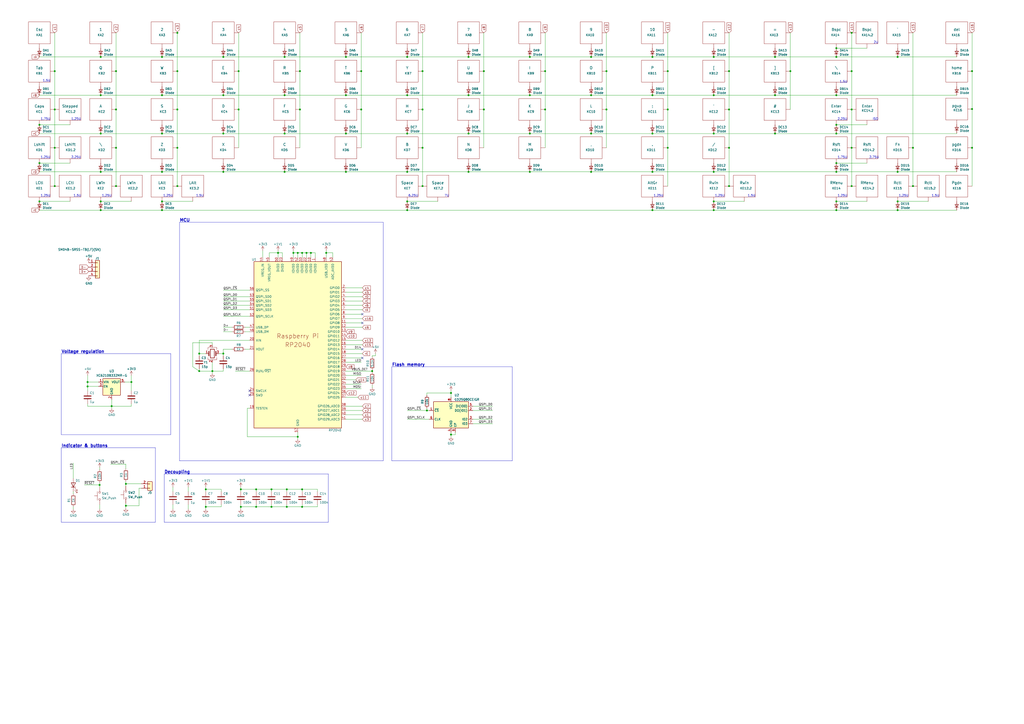
<source format=kicad_sch>
(kicad_sch (version 20230121) (generator eeschema)
  (paper "A2")
  (junction (at 378.46 77.47))
  (junction (at 102.87 19.05))
  (junction (at 458.47 41.275))
  (junction (at 280.67 41.275))
  (junction (at 148.59 283.845))
  (junction (at 58.42 55.245))
  (junction (at 138.43 63.5))
  (junction (at 271.78 99.695))
  (junction (at 172.72 146.685))
  (junction (at 148.59 294.005))
  (junction (at 520.7 33.02))
  (junction (at 342.9 99.695))
  (junction (at 414.02 77.47))
  (junction (at 316.23 63.5))
  (junction (at 93.98 55.245))
  (junction (at 236.22 55.245))
  (junction (at 22.86 94.615))
  (junction (at 200.66 99.695))
  (junction (at 485.14 72.39))
  (junction (at 422.91 41.275))
  (junction (at 387.35 85.725))
  (junction (at 245.11 41.275))
  (junction (at 307.34 55.245))
  (junction (at 414.02 55.245))
  (junction (at 58.42 77.47))
  (junction (at 129.54 205.105))
  (junction (at 50.8 224.155))
  (junction (at 236.22 77.47))
  (junction (at 236.22 116.84))
  (junction (at 115.57 205.105))
  (junction (at 494.03 85.725))
  (junction (at 22.86 72.39))
  (junction (at 31.75 63.5))
  (junction (at 563.88 41.275))
  (junction (at 494.03 107.95))
  (junction (at 93.98 121.92))
  (junction (at 520.7 99.695))
  (junction (at 166.37 294.005))
  (junction (at 165.1 33.02))
  (junction (at 414.02 33.02))
  (junction (at 271.78 33.02))
  (junction (at 563.88 85.725))
  (junction (at 494.03 19.05))
  (junction (at 387.35 63.5))
  (junction (at 271.78 77.47))
  (junction (at 247.65 238.125))
  (junction (at 529.59 107.95))
  (junction (at 236.22 121.92))
  (junction (at 236.22 33.02))
  (junction (at 563.88 63.246))
  (junction (at 494.03 63.5))
  (junction (at 520.7 116.84))
  (junction (at 378.46 99.695))
  (junction (at 173.99 63.5))
  (junction (at 58.42 121.92))
  (junction (at 245.11 85.725))
  (junction (at 422.91 63.5))
  (junction (at 307.34 33.02))
  (junction (at 414.02 99.695))
  (junction (at 58.42 116.84))
  (junction (at 67.31 63.5))
  (junction (at 76.2 221.615))
  (junction (at 175.26 146.685))
  (junction (at 378.46 121.92))
  (junction (at 494.03 41.275))
  (junction (at 236.22 99.695))
  (junction (at 485.14 94.615))
  (junction (at 387.35 41.275))
  (junction (at 31.75 41.275))
  (junction (at 93.98 33.02))
  (junction (at 170.18 146.685))
  (junction (at 245.11 107.95))
  (junction (at 414.02 121.92))
  (junction (at 129.54 99.695))
  (junction (at 161.29 146.685))
  (junction (at 173.99 41.275))
  (junction (at 157.48 294.005))
  (junction (at 342.9 77.47))
  (junction (at 129.54 33.02))
  (junction (at 165.1 77.47))
  (junction (at 485.14 116.84))
  (junction (at 166.37 283.845))
  (junction (at 200.66 33.02))
  (junction (at 261.62 252.095))
  (junction (at 139.7 294.005))
  (junction (at 485.14 27.94))
  (junction (at 261.62 227.965))
  (junction (at 58.42 99.695))
  (junction (at 102.87 85.725))
  (junction (at 529.59 85.725))
  (junction (at 449.58 55.245))
  (junction (at 102.87 107.95))
  (junction (at 485.14 77.47))
  (junction (at 73.025 280.67))
  (junction (at 422.91 85.725))
  (junction (at 172.72 253.365))
  (junction (at 129.54 77.47))
  (junction (at 485.14 33.02))
  (junction (at 177.8 146.685))
  (junction (at 50.8 221.615))
  (junction (at 351.79 63.5))
  (junction (at 157.48 283.845))
  (junction (at 422.91 107.95))
  (junction (at 378.46 55.245))
  (junction (at 165.1 99.695))
  (junction (at 200.66 77.47))
  (junction (at 22.86 116.84))
  (junction (at 215.9 215.265))
  (junction (at 245.11 63.5))
  (junction (at 180.34 146.685))
  (junction (at 57.785 281.305))
  (junction (at 378.46 33.02))
  (junction (at 449.58 77.47))
  (junction (at 129.54 55.245))
  (junction (at 31.75 85.725))
  (junction (at 316.23 41.275))
  (junction (at 520.7 121.92))
  (junction (at 119.38 283.845))
  (junction (at 115.57 215.265))
  (junction (at 93.98 99.695))
  (junction (at 200.66 55.245))
  (junction (at 449.58 33.02))
  (junction (at 351.79 41.275))
  (junction (at 165.1 55.245))
  (junction (at 414.02 116.84))
  (junction (at 485.14 55.245))
  (junction (at 307.34 77.47))
  (junction (at 67.31 85.725))
  (junction (at 64.77 235.585))
  (junction (at 31.75 107.95))
  (junction (at 342.9 55.245))
  (junction (at 102.87 63.5))
  (junction (at 307.34 99.695))
  (junction (at 138.43 41.275))
  (junction (at 209.55 41.275))
  (junction (at 485.14 121.92))
  (junction (at 175.26 294.005))
  (junction (at 73.025 293.37))
  (junction (at 342.9 33.02))
  (junction (at 67.31 41.275))
  (junction (at 485.14 99.695))
  (junction (at 209.55 63.5))
  (junction (at 189.23 146.685))
  (junction (at 175.26 283.845))
  (junction (at 119.38 294.005))
  (junction (at 123.19 215.265))
  (junction (at 67.31 107.95))
  (junction (at 58.42 33.02))
  (junction (at 280.67 63.5))
  (junction (at 139.7 283.845))
  (junction (at 271.78 55.245))
  (junction (at 93.98 116.84))
  (junction (at 93.98 77.47))
  (junction (at 102.87 41.275))
  (no_connect (at 144.78 229.235))
  (no_connect (at 210.185 207.645))
  (no_connect (at 210.185 202.565))
  (no_connect (at 210.185 182.245))
  (no_connect (at 210.185 187.325))
  (no_connect (at 144.78 226.695))
  (wire (pts (xy 80.645 283.21) (xy 80.645 293.37)))
  (wire (pts (xy 93.98 55.245) (xy 129.54 55.245)))
  (wire (pts (xy 200.66 210.185) (xy 209.55 210.185)))
  (wire (pts (xy 175.26 146.685) (xy 175.26 149.225)))
  (wire (pts (xy 280.67 63.5) (xy 280.67 85.725)))
  (wire (pts (xy 123.19 198.755) (xy 111.76 198.755)))
  (polyline (pts (xy 297.18 267.335) (xy 297.18 212.725)))
  (wire (pts (xy 200.66 99.695) (xy 236.22 99.695)))
  (wire (pts (xy 148.59 294.005) (xy 157.48 294.005)))
  (wire (pts (xy 200.66 187.325) (xy 210.185 187.325)))
  (wire (pts (xy 200.66 172.085) (xy 210.185 172.085)))
  (wire (pts (xy 31.75 85.725) (xy 31.75 107.95)))
  (wire (pts (xy 119.38 283.845) (xy 128.27 283.845)))
  (wire (pts (xy 209.55 41.275) (xy 209.55 63.5)))
  (wire (pts (xy 123.19 200.025) (xy 123.19 198.755)))
  (wire (pts (xy 247.65 236.855) (xy 247.65 238.125)))
  (wire (pts (xy 123.19 215.265) (xy 123.19 216.535)))
  (wire (pts (xy 529.59 19.05) (xy 529.59 85.725)))
  (wire (pts (xy 378.46 77.47) (xy 414.02 77.47)))
  (wire (pts (xy 414.02 99.695) (xy 485.14 99.695)))
  (wire (pts (xy 129.54 33.02) (xy 165.1 33.02)))
  (wire (pts (xy 271.78 55.245) (xy 307.34 55.245)))
  (wire (pts (xy 422.91 19.05) (xy 422.91 41.275)))
  (wire (pts (xy 173.99 41.275) (xy 173.99 63.5)))
  (wire (pts (xy 200.66 205.105) (xy 210.185 205.105)))
  (wire (pts (xy 172.72 146.685) (xy 175.26 146.685)))
  (wire (pts (xy 494.03 63.5) (xy 494.03 85.725)))
  (wire (pts (xy 22.86 121.92) (xy 58.42 121.92)))
  (wire (pts (xy 119.38 283.845) (xy 119.38 285.115)))
  (wire (pts (xy 123.19 210.185) (xy 123.19 215.265)))
  (wire (pts (xy 73.025 269.24) (xy 73.025 271.78)))
  (wire (pts (xy 458.47 41.275) (xy 458.47 63.5)))
  (wire (pts (xy 378.46 99.695) (xy 414.02 99.695)))
  (wire (pts (xy 48.895 281.305) (xy 57.785 281.305)))
  (wire (pts (xy 247.65 227.965) (xy 261.62 227.965)))
  (wire (pts (xy 57.785 280.035) (xy 57.785 281.305)))
  (wire (pts (xy 378.46 55.245) (xy 414.02 55.245)))
  (wire (pts (xy 485.14 94.615) (xy 502.92 94.615)))
  (wire (pts (xy 134.62 202.565) (xy 129.54 202.565)))
  (polyline (pts (xy 99.06 205.105) (xy 99.06 252.095)))
  (wire (pts (xy 449.58 33.02) (xy 485.14 33.02)))
  (wire (pts (xy 119.38 294.005) (xy 119.38 295.275)))
  (polyline (pts (xy 90.17 302.895) (xy 90.17 259.715)))
  (wire (pts (xy 200.66 179.705) (xy 210.185 179.705)))
  (wire (pts (xy 173.99 63.5) (xy 173.99 85.725)))
  (wire (pts (xy 236.22 121.92) (xy 378.46 121.92)))
  (wire (pts (xy 200.66 243.205) (xy 210.185 243.205)))
  (polyline (pts (xy 35.56 302.895) (xy 90.17 302.895)))
  (wire (pts (xy 128.27 292.735) (xy 128.27 294.005)))
  (wire (pts (xy 200.66 177.165) (xy 210.185 177.165)))
  (wire (pts (xy 414.02 77.47) (xy 449.58 77.47)))
  (wire (pts (xy 102.87 19.05) (xy 102.87 41.275)))
  (wire (pts (xy 458.47 19.05) (xy 458.47 41.275)))
  (polyline (pts (xy 297.18 212.725) (xy 227.33 212.725)))
  (wire (pts (xy 142.24 192.405) (xy 144.78 192.405)))
  (wire (pts (xy 165.1 55.245) (xy 200.66 55.245)))
  (wire (pts (xy 261.62 250.825) (xy 261.62 252.095)))
  (polyline (pts (xy 104.14 267.335) (xy 222.25 267.335)))
  (wire (pts (xy 111.76 212.725) (xy 115.57 215.265)))
  (wire (pts (xy 73.025 292.1) (xy 73.025 293.37)))
  (wire (pts (xy 109.22 282.575) (xy 109.22 285.115)))
  (wire (pts (xy 189.23 146.685) (xy 193.04 146.685)))
  (wire (pts (xy 200.66 217.805) (xy 209.55 217.805)))
  (wire (pts (xy 172.72 253.365) (xy 172.72 254.635)))
  (wire (pts (xy 115.57 205.105) (xy 119.38 205.105)))
  (wire (pts (xy 215.9 223.52) (xy 215.9 224.79)))
  (wire (pts (xy 67.31 85.725) (xy 67.31 107.95)))
  (wire (pts (xy 80.645 293.37) (xy 73.025 293.37)))
  (wire (pts (xy 200.66 240.665) (xy 210.185 240.665)))
  (wire (pts (xy 247.65 229.235) (xy 247.65 227.965)))
  (wire (pts (xy 148.59 283.845) (xy 157.48 283.845)))
  (wire (pts (xy 236.22 116.84) (xy 254 116.84)))
  (wire (pts (xy 102.87 18.415) (xy 102.87 19.05)))
  (wire (pts (xy 58.42 121.92) (xy 93.98 121.92)))
  (wire (pts (xy 139.7 283.845) (xy 148.59 283.845)))
  (wire (pts (xy 189.23 146.685) (xy 189.23 149.225)))
  (wire (pts (xy 215.9 214.63) (xy 215.9 215.265)))
  (wire (pts (xy 129.54 192.405) (xy 134.62 192.405)))
  (wire (pts (xy 529.59 85.725) (xy 529.59 107.95)))
  (wire (pts (xy 115.57 215.265) (xy 123.19 215.265)))
  (wire (pts (xy 102.87 63.5) (xy 102.87 85.725)))
  (wire (pts (xy 245.11 19.05) (xy 245.11 41.275)))
  (wire (pts (xy 148.59 292.735) (xy 148.59 294.005)))
  (wire (pts (xy 170.18 145.415) (xy 170.18 146.685)))
  (wire (pts (xy 209.55 63.5) (xy 209.55 85.725)))
  (wire (pts (xy 247.65 238.125) (xy 248.92 238.125)))
  (wire (pts (xy 175.26 146.685) (xy 177.8 146.685)))
  (wire (pts (xy 200.66 197.485) (xy 210.185 197.485)))
  (wire (pts (xy 200.66 184.785) (xy 210.185 184.785)))
  (wire (pts (xy 184.15 292.735) (xy 184.15 294.005)))
  (wire (pts (xy 73.025 293.37) (xy 73.025 294.64)))
  (wire (pts (xy 115.57 213.995) (xy 115.57 215.265)))
  (wire (pts (xy 520.7 33.02) (xy 554.99 33.02)))
  (wire (pts (xy 129.54 174.625) (xy 144.78 174.625)))
  (wire (pts (xy 200.66 238.125) (xy 210.185 238.125)))
  (wire (pts (xy 200.66 230.505) (xy 207.645 230.505)))
  (wire (pts (xy 152.4 145.415) (xy 152.4 149.225)))
  (wire (pts (xy 200.66 202.565) (xy 210.185 202.565)))
  (polyline (pts (xy 99.06 252.095) (xy 35.56 252.095)))
  (wire (pts (xy 64.135 269.24) (xy 73.025 269.24)))
  (wire (pts (xy 172.72 250.825) (xy 172.72 253.365)))
  (wire (pts (xy 422.91 63.5) (xy 422.91 85.725)))
  (wire (pts (xy 236.22 33.02) (xy 271.78 33.02)))
  (wire (pts (xy 115.57 197.485) (xy 144.78 197.485)))
  (wire (pts (xy 209.55 19.05) (xy 209.55 41.275)))
  (wire (pts (xy 180.34 146.685) (xy 180.34 149.225)))
  (wire (pts (xy 264.16 250.825) (xy 264.16 252.095)))
  (wire (pts (xy 177.8 146.685) (xy 180.34 146.685)))
  (wire (pts (xy 57.785 292.735) (xy 57.785 295.275)))
  (wire (pts (xy 563.88 19.05) (xy 563.88 41.275)))
  (wire (pts (xy 485.14 116.84) (xy 502.92 116.84)))
  (wire (pts (xy 139.7 294.005) (xy 148.59 294.005)))
  (wire (pts (xy 57.785 281.305) (xy 57.785 282.575)))
  (wire (pts (xy 271.78 33.02) (xy 307.34 33.02)))
  (wire (pts (xy 129.54 183.515) (xy 144.78 183.515)))
  (wire (pts (xy 136.525 215.265) (xy 144.78 215.265)))
  (wire (pts (xy 307.34 77.47) (xy 342.9 77.47)))
  (wire (pts (xy 31.75 41.275) (xy 31.75 63.5)))
  (wire (pts (xy 50.8 234.315) (xy 50.8 235.585)))
  (wire (pts (xy 67.31 63.5) (xy 67.31 85.725)))
  (wire (pts (xy 93.98 99.695) (xy 129.54 99.695)))
  (wire (pts (xy 184.15 285.115) (xy 184.15 283.845)))
  (wire (pts (xy 261.62 252.095) (xy 264.16 252.095)))
  (wire (pts (xy 139.7 283.845) (xy 139.7 285.115)))
  (wire (pts (xy 485.14 77.47) (xy 554.99 77.47)))
  (polyline (pts (xy 35.56 252.095) (xy 35.56 205.105)))
  (wire (pts (xy 50.8 221.615) (xy 57.15 221.615)))
  (wire (pts (xy 115.57 205.105) (xy 115.57 197.485)))
  (wire (pts (xy 139.7 282.575) (xy 139.7 283.845)))
  (wire (pts (xy 261.62 227.965) (xy 261.62 230.505)))
  (wire (pts (xy 245.11 41.275) (xy 245.11 63.5)))
  (wire (pts (xy 42.545 285.115) (xy 42.545 286.385)))
  (wire (pts (xy 485.14 55.245) (xy 554.99 55.245)))
  (wire (pts (xy 520.7 121.92) (xy 554.99 121.92)))
  (wire (pts (xy 50.8 217.805) (xy 50.8 221.615)))
  (wire (pts (xy 180.34 146.685) (xy 182.88 146.685)))
  (wire (pts (xy 58.42 77.47) (xy 93.98 77.47)))
  (wire (pts (xy 165.1 77.47) (xy 200.66 77.47)))
  (wire (pts (xy 189.23 145.415) (xy 189.23 146.685)))
  (wire (pts (xy 128.27 285.115) (xy 128.27 283.845)))
  (wire (pts (xy 554.99 77.47) (xy 554.99 77.216)))
  (wire (pts (xy 200.66 215.265) (xy 215.9 215.265)))
  (wire (pts (xy 73.025 280.67) (xy 73.025 281.94)))
  (wire (pts (xy 200.66 167.005) (xy 210.185 167.005)))
  (wire (pts (xy 119.38 292.735) (xy 119.38 294.005)))
  (wire (pts (xy 129.54 99.695) (xy 165.1 99.695)))
  (wire (pts (xy 316.23 41.275) (xy 316.23 63.5)))
  (wire (pts (xy 485.14 27.94) (xy 502.92 27.94)))
  (wire (pts (xy 102.87 85.725) (xy 102.87 107.95)))
  (wire (pts (xy 217.805 206.375) (xy 217.805 205.105)))
  (polyline (pts (xy 95.25 274.955) (xy 190.5 274.955)))
  (wire (pts (xy 563.88 107.95) (xy 563.88 85.725)))
  (wire (pts (xy 175.26 283.845) (xy 184.15 283.845)))
  (wire (pts (xy 387.35 85.725) (xy 387.35 107.95)))
  (wire (pts (xy 342.9 77.47) (xy 378.46 77.47)))
  (wire (pts (xy 200.66 220.345) (xy 206.375 220.345)))
  (polyline (pts (xy 190.5 302.895) (xy 190.5 274.955)))
  (wire (pts (xy 236.22 55.245) (xy 271.78 55.245)))
  (wire (pts (xy 485.14 99.695) (xy 520.7 99.695)))
  (wire (pts (xy 67.31 19.05) (xy 67.31 41.275)))
  (wire (pts (xy 81.915 283.21) (xy 80.645 283.21)))
  (wire (pts (xy 129.54 168.275) (xy 144.78 168.275)))
  (wire (pts (xy 494.03 85.725) (xy 494.03 107.95)))
  (wire (pts (xy 115.57 206.375) (xy 115.57 205.105)))
  (polyline (pts (xy 35.56 205.105) (xy 99.06 205.105)))
  (wire (pts (xy 200.66 200.025) (xy 210.185 200.025)))
  (wire (pts (xy 307.34 33.02) (xy 342.9 33.02)))
  (wire (pts (xy 161.29 146.685) (xy 161.29 149.225)))
  (wire (pts (xy 200.66 33.02) (xy 236.22 33.02)))
  (wire (pts (xy 351.79 41.275) (xy 351.79 63.5)))
  (wire (pts (xy 157.48 294.005) (xy 166.37 294.005)))
  (wire (pts (xy 200.66 55.245) (xy 236.22 55.245)))
  (wire (pts (xy 236.22 238.125) (xy 247.65 238.125)))
  (wire (pts (xy 387.35 19.05) (xy 387.35 41.275)))
  (wire (pts (xy 58.42 116.84) (xy 76.2 116.84)))
  (wire (pts (xy 22.86 72.39) (xy 40.64 72.39)))
  (wire (pts (xy 200.66 77.47) (xy 236.22 77.47)))
  (wire (pts (xy 342.9 33.02) (xy 378.46 33.02)))
  (wire (pts (xy 200.66 225.425) (xy 209.55 225.425)))
  (wire (pts (xy 50.8 235.585) (xy 64.77 235.585)))
  (wire (pts (xy 58.42 99.695) (xy 93.98 99.695)))
  (wire (pts (xy 161.29 145.415) (xy 161.29 146.685)))
  (wire (pts (xy 143.51 236.855) (xy 144.78 236.855)))
  (wire (pts (xy 280.67 41.275) (xy 280.67 63.5)))
  (wire (pts (xy 351.79 63.5) (xy 351.79 85.725)))
  (wire (pts (xy 138.43 19.05) (xy 138.43 41.275)))
  (wire (pts (xy 307.34 99.695) (xy 342.9 99.695)))
  (wire (pts (xy 285.75 245.745) (xy 274.32 245.745)))
  (wire (pts (xy 173.99 19.05) (xy 173.99 41.275)))
  (wire (pts (xy 245.11 85.725) (xy 245.11 107.95)))
  (wire (pts (xy 67.31 41.275) (xy 67.31 63.5)))
  (wire (pts (xy 156.21 146.685) (xy 161.29 146.685)))
  (wire (pts (xy 378.46 33.02) (xy 414.02 33.02)))
  (wire (pts (xy 73.025 280.67) (xy 81.915 280.67)))
  (wire (pts (xy 316.23 63.5) (xy 316.23 85.725)))
  (wire (pts (xy 129.54 189.865) (xy 134.62 189.865)))
  (wire (pts (xy 236.22 243.205) (xy 248.92 243.205)))
  (wire (pts (xy 157.48 283.845) (xy 157.48 285.115)))
  (wire (pts (xy 280.67 19.05) (xy 280.67 41.275)))
  (wire (pts (xy 414.02 55.245) (xy 449.58 55.245)))
  (wire (pts (xy 215.9 206.375) (xy 215.9 207.01)))
  (wire (pts (xy 138.43 63.5) (xy 138.43 85.725)))
  (wire (pts (xy 42.545 268.605) (xy 42.545 277.495)))
  (polyline (pts (xy 227.33 212.725) (xy 227.33 267.335)))
  (wire (pts (xy 215.9 215.265) (xy 215.9 215.9)))
  (wire (pts (xy 351.79 19.05) (xy 351.79 41.275)))
  (polyline (pts (xy 95.25 302.895) (xy 190.5 302.895)))
  (wire (pts (xy 165.1 99.695) (xy 200.66 99.695)))
  (wire (pts (xy 236.22 77.47) (xy 271.78 77.47)))
  (wire (pts (xy 200.66 189.865) (xy 210.185 189.865)))
  (wire (pts (xy 285.75 235.585) (xy 274.32 235.585)))
  (wire (pts (xy 139.7 294.005) (xy 139.7 295.275)))
  (wire (pts (xy 245.11 63.5) (xy 245.11 85.725)))
  (wire (pts (xy 165.1 33.02) (xy 200.66 33.02)))
  (wire (pts (xy 157.48 283.845) (xy 166.37 283.845)))
  (wire (pts (xy 200.66 207.645) (xy 210.185 207.645)))
  (wire (pts (xy 520.7 99.695) (xy 554.99 99.695)))
  (wire (pts (xy 236.22 99.695) (xy 271.78 99.695)))
  (polyline (pts (xy 104.14 128.905) (xy 104.14 267.335)))
  (wire (pts (xy 157.48 292.735) (xy 157.48 294.005)))
  (wire (pts (xy 129.54 177.165) (xy 144.78 177.165)))
  (wire (pts (xy 449.58 77.47) (xy 485.14 77.47)))
  (wire (pts (xy 271.78 99.695) (xy 307.34 99.695)))
  (wire (pts (xy 64.77 235.585) (xy 76.2 235.585)))
  (wire (pts (xy 129.54 215.265) (xy 129.54 213.995)))
  (polyline (pts (xy 35.56 259.715) (xy 35.56 302.895)))
  (wire (pts (xy 271.78 77.47) (xy 307.34 77.47)))
  (polyline (pts (xy 35.56 259.715) (xy 90.17 259.715)))
  (wire (pts (xy 22.86 116.84) (xy 40.64 116.84)))
  (wire (pts (xy 422.91 41.275) (xy 422.91 63.5)))
  (wire (pts (xy 127 205.105) (xy 129.54 205.105)))
  (wire (pts (xy 485.14 33.02) (xy 520.7 33.02)))
  (wire (pts (xy 166.37 294.005) (xy 175.26 294.005)))
  (wire (pts (xy 143.51 253.365) (xy 172.72 253.365)))
  (wire (pts (xy 342.9 99.695) (xy 378.46 99.695)))
  (wire (pts (xy 76.2 217.805) (xy 76.2 221.615)))
  (wire (pts (xy 182.88 149.225) (xy 182.88 146.685)))
  (wire (pts (xy 119.38 282.575) (xy 119.38 283.845)))
  (wire (pts (xy 414.02 121.92) (xy 485.14 121.92)))
  (wire (pts (xy 200.66 222.885) (xy 209.55 222.885)))
  (wire (pts (xy 139.7 292.735) (xy 139.7 294.005)))
  (wire (pts (xy 175.26 283.845) (xy 175.26 285.115)))
  (wire (pts (xy 76.2 221.615) (xy 76.2 226.695)))
  (wire (pts (xy 22.86 99.695) (xy 58.42 99.695)))
  (wire (pts (xy 129.54 205.105) (xy 129.54 206.375)))
  (wire (pts (xy 93.98 77.47) (xy 129.54 77.47)))
  (wire (pts (xy 307.34 55.245) (xy 342.9 55.245)))
  (wire (pts (xy 142.24 189.865) (xy 144.78 189.865)))
  (wire (pts (xy 129.54 77.47) (xy 165.1 77.47)))
  (wire (pts (xy 22.86 77.47) (xy 58.42 77.47)))
  (wire (pts (xy 520.7 116.84) (xy 538.48 116.84)))
  (wire (pts (xy 193.04 149.225) (xy 193.04 146.685)))
  (wire (pts (xy 200.66 235.585) (xy 210.185 235.585)))
  (wire (pts (xy 449.58 55.245) (xy 485.14 55.245)))
  (wire (pts (xy 285.75 238.125) (xy 274.32 238.125)))
  (polyline (pts (xy 227.33 267.335) (xy 297.18 267.335)))
  (wire (pts (xy 494.03 19.05) (xy 494.03 41.275)))
  (wire (pts (xy 156.21 149.225) (xy 156.21 146.685)))
  (wire (pts (xy 111.76 198.755) (xy 111.76 212.725)))
  (wire (pts (xy 129.54 202.565) (xy 129.54 205.105)))
  (wire (pts (xy 138.43 41.275) (xy 138.43 63.5)))
  (wire (pts (xy 64.77 235.585) (xy 64.77 236.855)))
  (wire (pts (xy 142.24 202.565) (xy 144.78 202.565)))
  (wire (pts (xy 172.72 146.685) (xy 172.72 149.225)))
  (wire (pts (xy 166.37 283.845) (xy 175.26 283.845)))
  (wire (pts (xy 414.02 116.84) (xy 431.8 116.84)))
  (wire (pts (xy 166.37 292.735) (xy 166.37 294.005)))
  (wire (pts (xy 73.025 279.4) (xy 73.025 280.67)))
  (wire (pts (xy 57.785 271.145) (xy 57.785 272.415)))
  (wire (pts (xy 261.62 252.095) (xy 261.62 253.365)))
  (wire (pts (xy 93.98 121.92) (xy 236.22 121.92)))
  (wire (pts (xy 31.75 63.5) (xy 31.75 85.725)))
  (wire (pts (xy 109.22 292.735) (xy 109.22 295.275)))
  (wire (pts (xy 166.37 283.845) (xy 166.37 285.115)))
  (wire (pts (xy 22.86 94.615) (xy 40.64 94.615)))
  (wire (pts (xy 123.19 215.265) (xy 129.54 215.265)))
  (wire (pts (xy 148.59 283.845) (xy 148.59 285.115)))
  (wire (pts (xy 170.18 146.685) (xy 170.18 149.225)))
  (wire (pts (xy 200.66 182.245) (xy 210.185 182.245)))
  (wire (pts (xy 31.75 19.05) (xy 31.75 41.275)))
  (wire (pts (xy 119.38 294.005) (xy 128.27 294.005)))
  (wire (pts (xy 215.9 206.375) (xy 217.805 206.375)))
  (wire (pts (xy 422.91 85.725) (xy 422.91 107.95)))
  (wire (pts (xy 129.54 179.705) (xy 144.78 179.705)))
  (polyline (pts (xy 222.25 128.905) (xy 104.14 128.905)))
  (wire (pts (xy 414.02 33.02) (xy 449.58 33.02)))
  (polyline (pts (xy 95.25 274.955) (xy 95.25 302.895)))
  (wire (pts (xy 285.75 243.205) (xy 274.32 243.205)))
  (wire (pts (xy 50.8 224.155) (xy 57.15 224.155)))
  (wire (pts (xy 175.26 292.735) (xy 175.26 294.005)))
  (wire (pts (xy 177.8 146.685) (xy 177.8 149.225)))
  (wire (pts (xy 100.33 292.735) (xy 100.33 295.275)))
  (wire (pts (xy 50.8 224.155) (xy 50.8 226.695)))
  (wire (pts (xy 494.03 41.275) (xy 494.03 63.5)))
  (wire (pts (xy 563.88 85.725) (xy 563.88 63.246)))
  (wire (pts (xy 387.35 63.5) (xy 387.35 85.725)))
  (wire (pts (xy 143.51 236.855) (xy 143.51 253.365)))
  (wire (pts (xy 93.98 116.84) (xy 111.76 116.84)))
  (wire (pts (xy 161.29 146.685) (xy 163.83 146.685)))
  (wire (pts (xy 58.42 33.02) (xy 93.98 33.02)))
  (wire (pts (xy 129.54 172.085) (xy 144.78 172.085)))
  (wire (pts (xy 93.98 33.02) (xy 129.54 33.02)))
  (wire (pts (xy 129.54 55.245) (xy 165.1 55.245)))
  (wire (pts (xy 200.66 169.545) (xy 210.185 169.545)))
  (wire (pts (xy 22.86 33.02) (xy 58.42 33.02)))
  (wire (pts (xy 175.26 294.005) (xy 184.15 294.005)))
  (wire (pts (xy 200.66 174.625) (xy 210.185 174.625)))
  (wire (pts (xy 22.86 55.245) (xy 58.42 55.245)))
  (wire (pts (xy 42.545 294.005) (xy 42.545 295.275)))
  (wire (pts (xy 485.14 72.39) (xy 502.92 72.39)))
  (wire (pts (xy 102.87 41.275) (xy 102.87 63.5)))
  (wire (pts (xy 72.39 221.615) (xy 76.2 221.615)))
  (wire (pts (xy 100.33 282.575) (xy 100.33 285.115)))
  (wire (pts (xy 485.14 121.92) (xy 520.7 121.92)))
  (wire (pts (xy 170.18 146.685) (xy 172.72 146.685)))
  (wire (pts (xy 163.83 149.225) (xy 163.83 146.685)))
  (wire (pts (xy 64.77 231.775) (xy 64.77 235.585)))
  (wire (pts (xy 50.8 221.615) (xy 50.8 224.155)))
  (wire (pts (xy 387.35 41.275) (xy 387.35 63.5)))
  (wire (pts (xy 316.23 19.05) (xy 316.23 41.275)))
  (wire (pts (xy 563.88 63.246) (xy 563.88 41.275)))
  (wire (pts (xy 76.2 234.315) (xy 76.2 235.585)))
  (wire (pts (xy 378.46 121.92) (xy 414.02 121.92)))
  (polyline (pts (xy 222.25 267.335) (xy 222.25 128.905)))
  (wire (pts (xy 58.42 55.245) (xy 93.98 55.245)))
  (wire (pts (xy 261.62 226.695) (xy 261.62 227.965)))
  (wire (pts (xy 342.9 55.245) (xy 378.46 55.245)))
  (text "1.25U" (at 485.775 114.3 0) (effects (font (size 1.27 1.27)) (justify left bottom)))
  (text "Flash memory" (at 227.33 212.725 0) (effects (font (size 1.778 1.778) (thickness 0.3556) bold) (justify left bottom)))
  (text "1.25U" (at 414.655 114.3 0) (effects (font (size 1.27 1.27)) (justify left bottom)))
  (text "2.25U" (at 41.275 92.075 0) (effects (font (size 1.27 1.27)) (justify left bottom)))
  (text "1.25U" (at 94.615 114.3 0) (effects (font (size 1.27 1.27)) (justify left bottom)))
  (text "1.5U" (at 113.665 114.3 0) (effects (font (size 1.27 1.27)) (justify left bottom)))
  (text "1.5U" (at 540.385 114.3 0) (effects (font (size 1.27 1.27)) (justify left bottom)))
  (text "1.5U" (at 24.765 47.625 0) (effects (font (size 1.27 1.27)) (justify left bottom)))
  (text "1.5U" (at 42.545 114.3 0) (effects (font (size 1.27 1.27)) (justify left bottom)))
  (text "MCU" (at 104.14 128.905 0) (effects (font (size 1.778 1.778) (thickness 0.3556) bold) (justify left bottom)))
  (text "1.25U" (at 379.095 114.3 0) (effects (font (size 1.27 1.27)) (justify left bottom)))
  (text "1.25U" (at 23.495 114.3 0) (effects (font (size 1.27 1.27)) (justify left bottom)))
  (text "6.25U" (at 236.855 114.3 0) (effects (font (size 1.27 1.27)) (justify left bottom)))
  (text "7U" (at 257.81 114.3 0) (effects (font (size 1.27 1.27)) (justify left bottom)))
  (text "1.25U" (at 41.275 69.85 0) (effects (font (size 1.27 1.27)) (justify left bottom)))
  (text "1.25U" (at 59.055 114.3 0) (effects (font (size 1.27 1.27)) (justify left bottom)))
  (text "1.75U" (at 23.495 69.85 0) (effects (font (size 1.27 1.27)) (justify left bottom)))
  (text "2.25U" (at 485.775 69.85 0) (effects (font (size 1.27 1.27)) (justify left bottom)))
  (text "1.25U" (at 521.335 114.3 0) (effects (font (size 1.27 1.27)) (justify left bottom)))
  (text "Decoupling" (at 95.25 274.955 0) (effects (font (size 1.778 1.778) (thickness 0.3556) bold) (justify left bottom)))
  (text "Indicator & buttons" (at 35.56 259.715 0) (effects (font (size 1.778 1.778) (thickness 0.3556) bold) (justify left bottom)))
  (text "2.75U" (at 504.19 92.075 0) (effects (font (size 1.27 1.27)) (justify left bottom)))
  (text "1.75U" (at 485.775 92.075 0) (effects (font (size 1.27 1.27)) (justify left bottom)))
  (text "2U" (at 506.73 25.4 0) (effects (font (size 1.27 1.27)) (justify left bottom)))
  (text "ISO" (at 506.095 69.85 0) (effects (font (size 1.27 1.27)) (justify left bottom)))
  (text "1.5U" (at 487.045 48.26 0) (effects (font (size 1.27 1.27)) (justify left bottom)))
  (text "1.25U" (at 23.495 92.075 0) (effects (font (size 1.27 1.27)) (justify left bottom)))
  (text "Voltage regulation" (at 35.56 205.105 0) (effects (font (size 1.778 1.778) (thickness 0.3556) bold) (justify left bottom)))
  (text "1.5U" (at 433.705 114.3 0) (effects (font (size 1.27 1.27)) (justify left bottom)))
  (label "D-" (at 129.54 192.405 0))
  (label "QSPI_SCLK" (at 236.22 243.205 0))
  (label "QSPI_~{CS}" (at 129.54 168.275 0))
  (label "QSPI_D1" (at 285.75 238.125 180))
  (label "QSPI_D1" (at 129.54 174.625 0))
  (label "SCLK" (at 209.55 222.885 180))
  (label "QSPI_D3" (at 285.75 245.745 180))
  (label "QSPI_D0" (at 285.75 235.585 180))
  (label "VBUS_DET" (at 213.36 215.265 180))
  (label "~{RESET}" (at 48.895 281.305 0))
  (label "MOSI" (at 209.55 225.425 180))
  (label "QSPI_D2" (at 129.54 177.165 0))
  (label "LED" (at 209.55 210.185 180))
  (label "D+" (at 129.54 189.865 0))
  (label "LED" (at 42.545 268.605 270))
  (label "QSPI_~{CS}" (at 64.135 269.24 0))
  (label "QSPI_D2" (at 285.75 243.205 180))
  (label "QSPI_D0" (at 129.54 172.085 0))
  (label "MISO" (at 209.55 217.805 180))
  (label "D14" (at 209.55 202.565 180))
  (label "QSPI_~{CS}" (at 236.22 238.125 0))
  (label "QSPI_D3" (at 129.54 179.705 0))
  (label "QSPI_SCLK" (at 129.54 183.515 0))
  (label "~{RESET}" (at 136.525 215.265 0))
  (global_label "c14" (shape input) (at 206.375 220.345 0) (property "Intersheetrefs" "${INTERSHEET_REFS}" (effects hide)))
  (global_label "c7" (shape input) (at 245.11 19.05 90) (property "Intersheetrefs" "${INTERSHEET_REFS}" (effects hide)))
  (global_label "c16" (shape input) (at 210.185 184.785 0) (property "Intersheetrefs" "${INTERSHEET_REFS}" (effects hide)))
  (global_label "c9" (shape input) (at 200.66 192.405 0) (property "Intersheetrefs" "${INTERSHEET_REFS}" (effects hide)))
  (global_label "c5" (shape input) (at 210.185 169.545 0) (property "Intersheetrefs" "${INTERSHEET_REFS}" (effects hide)))
  (global_label "rE" (shape input) (at 22.86 121.92 180) (property "Intersheetrefs" "${INTERSHEET_REFS}" (effects hide)))
  (global_label "c14" (shape input) (at 494.03 19.05 90) (property "Intersheetrefs" "${INTERSHEET_REFS}" (effects hide)))
  (global_label "D+" (shape input) (at 51.435 157.48 180) (property "Intersheetrefs" "${INTERSHEET_REFS}" (effects hide)))
  (global_label "rA" (shape input) (at 210.185 179.705 0) (property "Intersheetrefs" "${INTERSHEET_REFS}" (effects hide)))
  (global_label "c5" (shape input) (at 173.99 19.05 90) (property "Intersheetrefs" "${INTERSHEET_REFS}" (effects hide)))
  (global_label "c7" (shape input) (at 210.185 235.585 0) (property "Intersheetrefs" "${INTERSHEET_REFS}" (effects hide)))
  (global_label "c1" (shape input) (at 210.185 240.665 0) (property "Intersheetrefs" "${INTERSHEET_REFS}" (effects hide)))
  (global_label "c15" (shape input) (at 529.59 19.05 90) (property "Intersheetrefs" "${INTERSHEET_REFS}" (effects hide)))
  (global_label "c3" (shape input) (at 102.87 18.415 90) (property "Intersheetrefs" "${INTERSHEET_REFS}" (effects hide)))
  (global_label "c1" (shape input) (at 31.75 19.05 90) (property "Intersheetrefs" "${INTERSHEET_REFS}" (effects hide)))
  (global_label "rC" (shape input) (at 22.86 77.47 180) (property "Intersheetrefs" "${INTERSHEET_REFS}" (effects hide)))
  (global_label "c16" (shape input) (at 563.88 19.05 90) (property "Intersheetrefs" "${INTERSHEET_REFS}" (effects hide)))
  (global_label "c2" (shape input) (at 210.185 238.125 0) (property "Intersheetrefs" "${INTERSHEET_REFS}" (effects hide)))
  (global_label "c12" (shape input) (at 200.66 227.965 0) (property "Intersheetrefs" "${INTERSHEET_REFS}" (effects hide)))
  (global_label "c10" (shape input) (at 200.66 194.945 0) (property "Intersheetrefs" "${INTERSHEET_REFS}" (effects hide)))
  (global_label "rC" (shape input) (at 210.185 174.625 0) (property "Intersheetrefs" "${INTERSHEET_REFS}" (effects hide)))
  (global_label "c11" (shape input) (at 387.35 19.05 90) (property "Intersheetrefs" "${INTERSHEET_REFS}" (effects hide)))
  (global_label "rD" (shape input) (at 22.86 99.695 180) (property "Intersheetrefs" "${INTERSHEET_REFS}" (effects hide)))
  (global_label "c13" (shape input) (at 458.47 19.05 90) (property "Intersheetrefs" "${INTERSHEET_REFS}" (effects hide)))
  (global_label "c3" (shape input) (at 210.185 243.205 0) (property "Intersheetrefs" "${INTERSHEET_REFS}" (effects hide)))
  (global_label "c8" (shape input) (at 200.66 212.725 0) (property "Intersheetrefs" "${INTERSHEET_REFS}" (effects hide)))
  (global_label "rE" (shape input) (at 210.185 205.105 0) (property "Intersheetrefs" "${INTERSHEET_REFS}" (effects hide)))
  (global_label "c4" (shape input) (at 210.185 167.005 0) (property "Intersheetrefs" "${INTERSHEET_REFS}" (effects hide)))
  (global_label "c10" (shape input) (at 351.79 19.05 90) (property "Intersheetrefs" "${INTERSHEET_REFS}" (effects hide)))
  (global_label "c2" (shape input) (at 67.31 19.05 90) (property "Intersheetrefs" "${INTERSHEET_REFS}" (effects hide)))
  (global_label "rB" (shape input) (at 22.86 55.245 180) (property "Intersheetrefs" "${INTERSHEET_REFS}" (effects hide)))
  (global_label "c8" (shape input) (at 280.67 19.05 90) (property "Intersheetrefs" "${INTERSHEET_REFS}" (effects hide)))
  (global_label "c6" (shape input) (at 210.185 189.865 0) (property "Intersheetrefs" "${INTERSHEET_REFS}" (effects hide)))
  (global_label "c15" (shape input) (at 210.185 200.025 0) (property "Intersheetrefs" "${INTERSHEET_REFS}" (effects hide)))
  (global_label "c9" (shape input) (at 316.23 19.05 90) (property "Intersheetrefs" "${INTERSHEET_REFS}" (effects hide)))
  (global_label "c11" (shape input) (at 207.645 230.505 0) (property "Intersheetrefs" "${INTERSHEET_REFS}" (effects hide)))
  (global_label "c13" (shape input) (at 210.185 197.485 0) (property "Intersheetrefs" "${INTERSHEET_REFS}" (effects hide)))
  (global_label "rA" (shape input) (at 22.86 33.02 180) (property "Intersheetrefs" "${INTERSHEET_REFS}" (effects hide)))
  (global_label "D-" (shape input) (at 51.435 154.94 180) (property "Intersheetrefs" "${INTERSHEET_REFS}" (effects hide)))
  (global_label "c4" (shape input) (at 138.43 19.05 90) (property "Intersheetrefs" "${INTERSHEET_REFS}" (effects hide)))
  (global_label "c6" (shape input) (at 209.55 19.05 90) (property "Intersheetrefs" "${INTERSHEET_REFS}" (effects hide)))
  (global_label "rB" (shape input) (at 210.185 177.165 0) (property "Intersheetrefs" "${INTERSHEET_REFS}" (effects hide)))
  (global_label "rD" (shape input) (at 210.185 172.085 0) (property "Intersheetrefs" "${INTERSHEET_REFS}" (effects hide)))
  (global_label "c12" (shape input) (at 422.91 19.05 90) (property "Intersheetrefs" "${INTERSHEET_REFS}" (effects hide)))
  (symbol (lib_id "acheronSymbols:MXSwitch") (at 129.54 63.5 180) (unit 1)
    (property "Reference" "KC4" (at 132.08 64.77 0) (effects (justify left)))
    (property "Value" "D" (at 129.54 61.595 0) (effects (font (size 1.524 1.524))))
    (property "Footprint" "MX_Only:MXOnly-1U-NoLED" (effects hide))
  )
  (symbol (lib_id "acheronSymbols:MXSwitch") (at 236.22 41.275 180) (unit 1)
    (property "Reference" "KB7" (at 238.76 42.545 0) (effects (justify left)))
    (property "Value" "Y" (at 236.22 39.37 0) (effects (font (size 1.524 1.524))))
    (property "Footprint" "MX_Only:MXOnly-1U-NoLED" (effects hide))
  )
  (symbol (lib_id "power:GND") (at 73.025 294.64 0) (unit 1)
    (property "Reference" "#PWR06" (effects hide))
    (property "Value" "GND" (at 73.025 298.45 0))
  )
  (symbol (lib_id "MCU_RaspberryPi_RP2040:RP2040") (at 172.72 200.025 0) (unit 1)
    (property "Reference" "U1" (at 146.05 150.495 0) (effects (justify left)))
    (property "Value" "RP2040" (at 190.5 249.555 0) (effects (justify left)))
    (property "Footprint" "0xLib_Package_DFN_QFN:QFN-56-1EP_7x7mm_P0.4mm_EP3.2x3.2mm" (effects hide))
    (property "LCSC" "C2040" (effects hide))
  )
  (symbol (lib_id "Device:LED") (at 42.545 281.305 90) (unit 1)
    (property "Reference" "D1" (at 43.815 278.765 90) (effects (justify right)))
    (property "Value" "LED" (effects hide))
    (property "Footprint" "LED_SMD:LED_0402_1005Metric" (effects hide))
    (property "LCSC" "C130719" (effects hide))
  )
  (symbol (lib_id "acheronSymbols:MXSwitch") (at 378.46 19.05 180) (unit 1)
    (property "Reference" "KA11" (at 380.365 20.32 0) (effects (justify left)))
    (property "Value" "10" (at 378.46 17.145 0) (effects (font (size 1.524 1.524))))
    (property "Footprint" "MX_Only:MXOnly-1U-NoLED" (effects hide))
  )
  (symbol (lib_id "acheronSymbols:MXSwitch") (at 502.92 107.95 0) (mirror x) (unit 1)
    (property "Reference" "KE14.2" (at 500.38 109.22 0) (effects (justify left)))
    (property "Value" "RMenu" (at 502.92 106.045 0) (effects (font (size 1.524 1.524))))
    (property "Footprint" "MX_Only:MXOnly-1U-NoLED" (effects hide))
  )
  (symbol (lib_id "acheronSymbols:MXSwitch") (at 129.54 85.725 180) (unit 1)
    (property "Reference" "KD4" (at 131.445 86.995 0) (effects (justify left)))
    (property "Value" "X" (at 129.54 83.82 0) (effects (font (size 1.524 1.524))))
    (property "Footprint" "MX_Only:MXOnly-1U-NoLED" (effects hide))
  )
  (symbol (lib_id "Device:D_Small") (at 554.99 97.155 90) (unit 1)
    (property "Reference" "DD16" (at 556.768 95.9866 90) (effects (justify right)))
    (property "Value" "Diode" (at 556.768 98.298 90) (effects (justify right)))
    (property "Footprint" "montsinger:diode_smd" (effects hide))
  )
  (symbol (lib_id "Device:Crystal_GND24") (at 123.19 205.105 0) (mirror x) (unit 1)
    (property "Reference" "Y1" (at 119.38 210.185 0))
    (property "Value" "Crystal_GND24" (effects hide))
    (property "Footprint" "Crystal:Crystal_SMD_2520-4Pin_2.5x2.0mm" (effects hide))
    (property "LCSC" "C2149204" (effects hide))
  )
  (symbol (lib_id "Device:R") (at 138.43 202.565 90) (unit 1)
    (property "Reference" "R8" (at 138.43 200.025 90))
    (property "Value" "1k" (at 138.43 202.565 90))
    (property "Footprint" "Resistor_SMD:R_0402_1005Metric" (effects hide))
    (property "LCSC" "C11702" (effects hide))
  )
  (symbol (lib_id "acheronSymbols:MXSwitch") (at 378.46 85.725 180) (unit 1)
    (property "Reference" "KD11" (at 380.365 86.995 0) (effects (justify left)))
    (property "Value" "." (at 378.46 83.82 0) (effects (font (size 1.524 1.524))))
    (property "Footprint" "MX_Only:MXOnly-1U-NoLED" (effects hide))
  )
  (symbol (lib_id "Device:D_Small") (at 236.22 119.38 90) (unit 1)
    (property "Reference" "DE7" (at 237.998 118.2116 90) (effects (justify right)))
    (property "Value" "Diode" (at 237.998 120.523 90) (effects (justify right)))
    (property "Footprint" "montsinger:diode_smd" (effects hide))
  )
  (symbol (lib_id "acheronSymbols:MXSwitch") (at 129.54 19.05 180) (unit 1)
    (property "Reference" "KA4" (at 131.445 20.32 0) (effects (justify left)))
    (property "Value" "3" (at 129.54 17.145 0) (effects (font (size 1.524 1.524))))
    (property "Footprint" "MX_Only:MXOnly-1U-NoLED" (effects hide))
  )
  (symbol (lib_id "Device:R") (at 138.43 189.865 90) (unit 1)
    (property "Reference" "R6" (at 138.43 187.325 90))
    (property "Value" "27" (at 138.43 189.865 90))
    (property "Footprint" "Resistor_SMD:R_0402_1005Metric" (effects hide))
    (property "LCSC" "C25100" (effects hide))
  )
  (symbol (lib_id "acheronSymbols:MXSwitch") (at 165.1 63.5 180) (unit 1)
    (property "Reference" "KC5" (at 167.64 64.77 0) (effects (justify left)))
    (property "Value" "F" (at 165.1 61.595 0) (effects (font (size 1.524 1.524))))
    (property "Footprint" "MX_Only:MXOnly-1U-NoLED" (effects hide))
  )
  (symbol (lib_id "power:GND") (at 215.9 224.79 0) (unit 1)
    (property "Reference" "#PWR022" (effects hide))
    (property "Value" "GND" (at 215.9 228.6 0))
  )
  (symbol (lib_id "Device:R") (at 138.43 192.405 90) (unit 1)
    (property "Reference" "R7" (at 138.43 194.945 90))
    (property "Value" "27" (at 138.43 192.405 90))
    (property "Footprint" "Resistor_SMD:R_0402_1005Metric" (effects hide))
    (property "LCSC" "C25100" (effects hide))
  )
  (symbol (lib_id "acheronSymbols:MXSwitch") (at 414.02 19.05 180) (unit 1)
    (property "Reference" "KA12" (at 415.925 20.32 0) (effects (justify left)))
    (property "Value" "-" (at 414.02 17.145 0) (effects (font (size 1.524 1.524))))
    (property "Footprint" "MX_Only:MXOnly-1U-NoLED" (effects hide))
  )
  (symbol (lib_id "Device:D_Small") (at 200.66 74.93 90) (unit 1)
    (property "Reference" "DC6" (at 202.438 73.7616 90) (effects (justify right)))
    (property "Value" "Diode" (at 202.438 76.073 90) (effects (justify right)))
    (property "Footprint" "montsinger:diode_smd" (effects hide))
  )
  (symbol (lib_id "acheronSymbols:MXSwitch") (at 554.99 107.95 180) (unit 1)
    (property "Reference" "KE16" (at 557.53 109.22 0) (effects (justify left)))
    (property "Value" "Pgdn" (at 554.99 106.045 0) (effects (font (size 1.524 1.524))))
    (property "Footprint" "MX_Only:MXOnly-1U-NoLED" (effects hide))
  )
  (symbol (lib_id "power:+3.3V") (at 261.62 226.695 0) (unit 1)
    (property "Reference" "#PWR024" (effects hide))
    (property "Value" "+3.3V" (at 261.62 222.885 0))
  )
  (symbol (lib_id "power:+5V") (at 50.8 217.805 0) (unit 1)
    (property "Reference" "#PWR02" (effects hide))
    (property "Value" "+5V" (at 50.8 213.995 0))
  )
  (symbol (lib_id "power:+3.3V") (at 189.23 145.415 0) (unit 1)
    (property "Reference" "#PWR021" (effects hide))
    (property "Value" "+3.3V" (at 189.23 141.605 0))
  )
  (symbol (lib_id "acheronSymbols:MXSwitch") (at 165.1 19.05 180) (unit 1)
    (property "Reference" "KA5" (at 167.005 20.32 0) (effects (justify left)))
    (property "Value" "4" (at 165.1 17.145 0) (effects (font (size 1.524 1.524))))
    (property "Footprint" "MX_Only:MXOnly-1U-NoLED" (effects hide))
  )
  (symbol (lib_id "Device:D_Small") (at 22.86 30.48 90) (unit 1)
    (property "Reference" "DA1" (at 24.765 29.21 90) (effects (justify right)))
    (property "Value" "Diode" (at 24.638 31.623 90) (effects (justify right)))
    (property "Footprint" "montsinger:diode_smd" (effects hide))
  )
  (symbol (lib_id "acheronSymbols:MXSwitch") (at 22.86 63.5 180) (unit 1)
    (property "Reference" "KC1" (at 24.765 64.77 0) (effects (justify left)))
    (property "Value" "Caps" (at 22.86 61.595 0) (effects (font (size 1.524 1.524))))
    (property "Footprint" "MX_Only:MXOnly-1.75U-NoLED" (effects hide))
  )
  (symbol (lib_id "Device:D_Small") (at 200.66 52.705 90) (unit 1)
    (property "Reference" "DB6" (at 202.438 51.5366 90) (effects (justify right)))
    (property "Value" "Diode" (at 202.438 53.848 90) (effects (justify right)))
    (property "Footprint" "montsinger:diode_smd" (effects hide))
  )
  (symbol (lib_id "power:+5V") (at 217.805 205.105 0) (unit 1)
    (property "Reference" "#PWR023" (effects hide))
    (property "Value" "+5V" (at 217.805 201.295 0))
  )
  (symbol (lib_id "Device:D_Small") (at 414.02 30.48 90) (unit 1)
    (property "Reference" "DA12" (at 415.925 29.21 90) (effects (justify right)))
    (property "Value" "Diode" (at 415.798 31.623 90) (effects (justify right)))
    (property "Footprint" "montsinger:diode_smd" (effects hide))
  )
  (symbol (lib_id "Device:D_Small") (at 554.99 52.705 90) (unit 1)
    (property "Reference" "DB15" (at 556.768 51.5366 90) (effects (justify right)))
    (property "Value" "Diode" (at 556.768 53.848 90) (effects (justify right)))
    (property "Footprint" "montsinger:diode_smd" (effects hide))
  )
  (symbol (lib_id "Device:D_Small") (at 58.42 97.155 90) (unit 1)
    (property "Reference" "DD2" (at 60.198 95.9866 90) (effects (justify right)))
    (property "Value" "Diode" (at 60.198 98.298 90) (effects (justify right)))
    (property "Footprint" "montsinger:diode_smd" (effects hide))
  )
  (symbol (lib_id "Device:D_Small") (at 165.1 30.48 90) (unit 1)
    (property "Reference" "DA5" (at 167.005 29.21 90) (effects (justify right)))
    (property "Value" "Diode" (at 166.878 31.623 90) (effects (justify right)))
    (property "Footprint" "montsinger:diode_smd" (effects hide))
  )
  (symbol (lib_id "acheronSymbols:MXSwitch") (at 271.78 63.5 180) (unit 1)
    (property "Reference" "KC8" (at 274.32 64.77 0) (effects (justify left)))
    (property "Value" "J" (at 271.78 61.595 0) (effects (font (size 1.524 1.524))))
    (property "Footprint" "MX_Only:MXOnly-1U-NoLED" (effects hide))
  )
  (symbol (lib_id "Device:C") (at 184.15 288.925 0) (unit 1)
    (property "Reference" "C14" (at 185.42 286.385 0) (effects (justify left)))
    (property "Value" "100n" (at 185.42 291.465 0) (effects (justify left)))
    (property "Footprint" "Capacitor_SMD:C_0402_1005Metric" (effects hide))
    (property "LCSC" "C1525" (effects hide))
  )
  (symbol (lib_id "power:+3.3V") (at 76.2 217.805 0) (unit 1)
    (property "Reference" "#PWR07" (effects hide))
    (property "Value" "+3.3V" (at 76.2 213.995 0))
  )
  (symbol (lib_id "Device:R") (at 57.785 276.225 180) (unit 1)
    (property "Reference" "R2" (at 55.245 276.225 90))
    (property "Value" "10k" (at 57.785 276.225 90))
    (property "Footprint" "Resistor_SMD:R_0402_1005Metric" (effects hide))
    (property "LCSC" "C25744" (effects hide))
  )
  (symbol (lib_id "Device:D_Small") (at 58.42 30.48 90) (unit 1)
    (property "Reference" "DA2" (at 60.325 29.21 90) (effects (justify right)))
    (property "Value" "Diode" (at 60.198 31.623 90) (effects (justify right)))
    (property "Footprint" "montsinger:diode_smd" (effects hide))
  )
  (symbol (lib_id "acheronSymbols:MXSwitch") (at 520.7 85.725 180) (unit 1)
    (property "Reference" "KD15" (at 523.24 86.995 0) (effects (justify left)))
    (property "Value" "Fn" (at 520.7 83.82 0) (effects (font (size 1.524 1.524))))
    (property "Footprint" "MX_Only:MXOnly-1U-NoLED" (effects hide))
  )
  (symbol (lib_id "acheronSymbols:MXSwitch") (at 342.9 41.275 180) (unit 1)
    (property "Reference" "KB10" (at 345.44 42.545 0) (effects (justify left)))
    (property "Value" "O" (at 342.9 39.37 0) (effects (font (size 1.524 1.524))))
    (property "Footprint" "MX_Only:MXOnly-1U-NoLED" (effects hide))
  )
  (symbol (lib_id "acheronSymbols:MXSwitch") (at 449.58 19.05 180) (unit 1)
    (property "Reference" "KA13" (at 451.485 20.32 0) (effects (justify left)))
    (property "Value" "=" (at 449.58 17.145 0) (effects (font (size 1.524 1.524))))
    (property "Footprint" "MX_Only:MXOnly-1U-NoLED" (effects hide))
  )
  (symbol (lib_id "power:+3.3V") (at 170.18 145.415 0) (unit 1)
    (property "Reference" "#PWR019" (effects hide))
    (property "Value" "+3.3V" (at 170.18 141.605 0))
  )
  (symbol (lib_id "Device:D_Small") (at 378.46 52.705 90) (unit 1)
    (property "Reference" "DB11" (at 380.238 51.5366 90) (effects (justify right)))
    (property "Value" "Diode" (at 380.238 53.848 90) (effects (justify right)))
    (property "Footprint" "montsinger:diode_smd" (effects hide))
  )
  (symbol (lib_id "Device:D_Small") (at 485.14 119.38 90) (unit 1)
    (property "Reference" "DE14" (at 486.918 118.2116 90) (effects (justify right)))
    (property "Value" "Diode" (at 486.918 120.523 90) (effects (justify right)))
    (property "Footprint" "montsinger:diode_smd" (effects hide))
  )
  (symbol (lib_id "Device:D_Small") (at 93.98 97.155 90) (unit 1)
    (property "Reference" "DD3" (at 95.758 95.9866 90) (effects (justify right)))
    (property "Value" "Diode" (at 95.758 98.298 90) (effects (justify right)))
    (property "Footprint" "montsinger:diode_smd" (effects hide))
  )
  (symbol (lib_id "Memory_Flash:W25Q32JVZP") (at 261.62 240.665 0) (unit 1)
    (property "Reference" "U2" (at 263.5759 229.235 0) (effects (justify left)))
    (property "Value" "GD25Q80CEIGR" (at 263.5759 231.775 0) (effects (justify left)))
    (property "Footprint" "0xLib_Package_DFN_QFN:USON-8-1EP_3x2mm_P0.5mm_EP0.25x1.65mm" (effects hide))
    (property "LCSC" "C395484" (effects hide))
  )
  (symbol (lib_id "power:GND") (at 42.545 295.275 0) (unit 1)
    (property "Reference" "#PWR01" (effects hide))
    (property "Value" "GND" (at 42.545 299.085 0))
  )
  (symbol (lib_id "Device:C") (at 100.33 288.925 0) (unit 1)
    (property "Reference" "C5" (at 101.6 286.385 0) (effects (justify left)))
    (property "Value" "1µ" (at 101.6 291.465 0) (effects (justify left)))
    (property "Footprint" "Capacitor_SMD:C_0402_1005Metric" (effects hide))
    (property "LCSC" "C52923" (effects hide))
  )
  (symbol (lib_id "acheronSymbols:MXSwitch") (at 414.02 85.725 180) (unit 1)
    (property "Reference" "KD12" (at 415.925 86.995 0) (effects (justify left)))
    (property "Value" "/" (at 414.02 83.82 0) (effects (font (size 1.524 1.524))))
    (property "Footprint" "MX_Only:MXOnly-1U-NoLED" (effects hide))
  )
  (symbol (lib_id "acheronSymbols:MXSwitch") (at 236.22 19.05 180) (unit 1)
    (property "Reference" "KA7" (at 238.125 20.32 0) (effects (justify left)))
    (property "Value" "6" (at 236.22 17.145 0) (effects (font (size 1.524 1.524))))
    (property "Footprint" "MX_Only:MXOnly-1U-NoLED" (effects hide))
  )
  (symbol (lib_id "acheronSymbols:MXSwitch") (at 236.22 107.95 180) (unit 1)
    (property "Reference" "KE7" (at 238.125 109.22 0) (effects (justify left)))
    (property "Value" "Space" (at 236.22 106.045 0) (effects (font (size 1.524 1.524))))
    (property "Footprint" "MX_Only:MXOnly-6.25U-ReversedStabilizers-NoLED" (effects hide))
  )
  (symbol (lib_id "Device:D_Small") (at 307.34 30.48 90) (unit 1)
    (property "Reference" "DA9" (at 309.245 29.21 90) (effects (justify right)))
    (property "Value" "Diode" (at 309.118 31.623 90) (effects (justify right)))
    (property "Footprint" "montsinger:diode_smd" (effects hide))
  )
  (symbol (lib_id "acheronSymbols:MXSwitch") (at 554.99 63.246 180) (unit 1)
    (property "Reference" "KC16" (at 558.165 63.881 0) (effects (justify left)))
    (property "Value" "pgup" (at 554.99 61.341 0) (effects (font (size 1.524 1.524))))
    (property "Footprint" "MX_Only:MXOnly-1U-NoLED" (effects hide))
  )
  (symbol (lib_id "acheronSymbols:MXSwitch") (at 22.86 107.95 180) (unit 1)
    (property "Reference" "KE1" (at 24.765 109.22 0) (effects (justify left)))
    (property "Value" "LCtl" (at 22.86 106.045 0) (effects (font (size 1.524 1.524))))
    (property "Footprint" "MX_Only:MXOnly-1.25U-NoLED" (effects hide))
  )
  (symbol (lib_id "acheronSymbols:MXSwitch") (at 414.02 41.275 180) (unit 1)
    (property "Reference" "KB12" (at 416.56 42.545 0) (effects (justify left)))
    (property "Value" "[" (at 414.02 39.37 0) (effects (font (size 1.524 1.524))))
    (property "Footprint" "MX_Only:MXOnly-1U-NoLED" (effects hide))
  )
  (symbol (lib_id "Device:D_Small") (at 271.78 74.93 90) (unit 1)
    (property "Reference" "DC8" (at 273.558 73.7616 90) (effects (justify right)))
    (property "Value" "Diode" (at 273.558 76.073 90) (effects (justify right)))
    (property "Footprint" "montsinger:diode_smd" (effects hide))
  )
  (symbol (lib_id "acheronSymbols:MXSwitch") (at 449.58 41.275 180) (unit 1)
    (property "Reference" "KB13" (at 452.12 42.545 0) (effects (justify left)))
    (property "Value" "]" (at 449.58 39.37 0) (effects (font (size 1.524 1.524))))
    (property "Footprint" "MX_Only:MXOnly-1U-NoLED" (effects hide))
  )
  (symbol (lib_id "Device:R") (at 215.9 219.71 180) (unit 1)
    (property "Reference" "R11" (at 213.36 219.71 90))
    (property "Value" "10k" (at 215.9 219.71 90))
    (property "Footprint" "Resistor_SMD:R_0402_1005Metric" (effects hide))
    (property "LCSC" "C25744" (effects hide))
  )
  (symbol (lib_id "acheronSymbols:MXSwitch") (at 485.14 63.5 180) (unit 1)
    (property "Reference" "KC14" (at 487.68 64.77 0) (effects (justify left)))
    (property "Value" "Enter" (at 485.14 61.595 0) (effects (font (size 1.524 1.524))))
    (property "Footprint" "MX_Only:MXOnly-2.25U-NoLED" (effects hide))
  )
  (symbol (lib_id "Device:D_Small") (at 554.99 30.48 90) (unit 1)
    (property "Reference" "DA16" (at 556.895 29.21 90) (effects (justify right)))
    (property "Value" "Diode" (at 556.768 31.623 90) (effects (justify right)))
    (property "Footprint" "montsinger:diode_smd" (effects hide))
  )
  (symbol (lib_id "power:GND") (at 100.33 295.275 0) (unit 1)
    (property "Reference" "#PWR09" (effects hide))
    (property "Value" "GND" (at 100.33 299.085 0))
  )
  (symbol (lib_id "Device:R") (at 42.545 290.195 180) (unit 1)
    (property "Reference" "R1" (at 40.005 290.195 90))
    (property "Value" "1k" (at 42.545 290.195 90))
    (property "Footprint" "Resistor_SMD:R_0402_1005Metric" (effects hide))
    (property "LCSC" "C11702" (effects hide))
  )
  (symbol (lib_id "acheronSymbols:MXSwitch") (at 93.98 85.725 180) (unit 1)
    (property "Reference" "KD3" (at 95.885 86.995 0) (effects (justify left)))
    (property "Value" "Z" (at 93.98 83.82 0) (effects (font (size 1.524 1.524))))
    (property "Footprint" "MX_Only:MXOnly-1U-NoLED" (effects hide))
  )
  (symbol (lib_id "power:GND") (at 172.72 254.635 0) (unit 1)
    (property "Reference" "#PWR020" (effects hide))
    (property "Value" "GND" (at 172.72 258.445 0))
  )
  (symbol (lib_id "acheronSymbols:MXSwitch") (at 200.66 85.725 180) (unit 1)
    (property "Reference" "KD6" (at 202.565 86.995 0) (effects (justify left)))
    (property "Value" "V" (at 200.66 83.82 0) (effects (font (size 1.524 1.524))))
    (property "Footprint" "MX_Only:MXOnly-1U-NoLED" (effects hide))
  )
  (symbol (lib_id "Device:D_Small") (at 58.42 52.705 90) (unit 1)
    (property "Reference" "DB2" (at 60.198 51.5366 90) (effects (justify right)))
    (property "Value" "Diode" (at 60.198 53.848 90) (effects (justify right)))
    (property "Footprint" "montsinger:diode_smd" (effects hide))
  )
  (symbol (lib_id "power:+1V1") (at 109.22 282.575 0) (unit 1)
    (property "Reference" "#PWR010" (effects hide))
    (property "Value" "+1V1" (at 109.22 278.765 0))
  )
  (symbol (lib_id "Device:D_Small") (at 129.54 97.155 90) (unit 1)
    (property "Reference" "DD4" (at 131.318 95.9866 90) (effects (justify right)))
    (property "Value" "Diode" (at 131.318 98.298 90) (effects (justify right)))
    (property "Footprint" "montsinger:diode_smd" (effects hide))
  )
  (symbol (lib_id "acheronSymbols:MXSwitch") (at 58.42 63.5 180) (unit 1)
    (property "Reference" "KC2" (at 60.96 64.77 0) (effects (justify left)))
    (property "Value" "A" (at 58.42 61.595 0) (effects (font (size 1.524 1.524))))
    (property "Footprint" "MX_Only:MXOnly-1U-NoLED" (effects hide))
  )
  (symbol (lib_id "Device:D_Small") (at 165.1 97.155 90) (unit 1)
    (property "Reference" "DD5" (at 166.878 95.9866 90) (effects (justify right)))
    (property "Value" "Diode" (at 166.878 98.298 90) (effects (justify right)))
    (property "Footprint" "montsinger:diode_smd" (effects hide))
  )
  (symbol (lib_id "acheronSymbols:MXSwitch") (at 485.14 19.05 180) (unit 1)
    (property "Reference" "KA14" (at 487.045 20.32 0) (effects (justify left)))
    (property "Value" "Bspc" (at 485.14 17.145 0) (effects (font (size 1.524 1.524))))
    (property "Footprint" "MX_Only:MXOnly-1U-NoLED" (effects hide))
  )
  (symbol (lib_id "Device:D_Small") (at 485.14 30.48 90) (unit 1)
    (property "Reference" "DA14" (at 487.045 29.21 90) (effects (justify right)))
    (property "Value" "Diode" (at 486.918 31.623 90) (effects (justify right)))
    (property "Footprint" "montsinger:diode_smd" (effects hide))
  )
  (symbol (lib_id "acheronSymbols:MXSwitch") (at 93.98 19.05 180) (unit 1)
    (property "Reference" "KA3" (at 95.885 20.32 0) (effects (justify left)))
    (property "Value" "2" (at 93.98 17.145 0) (effects (font (size 1.524 1.524))))
    (property "Footprint" "MX_Only:MXOnly-1U-NoLED" (effects hide))
  )
  (symbol (lib_id "acheronSymbols:MXSwitch") (at 554.99 19.05 180) (unit 1)
    (property "Reference" "KA16" (at 556.895 20.32 0) (effects (justify left)))
    (property "Value" "del" (at 554.99 17.145 0) (effects (font (size 1.524 1.524))))
    (property "Footprint" "MX_Only:MXOnly-1U-NoLED" (effects hide))
  )
  (symbol (lib_id "acheronSymbols:MXSwitch") (at 58.42 19.05 180) (unit 1)
    (property "Reference" "KA2" (at 60.325 20.32 0) (effects (justify left)))
    (property "Value" "1" (at 58.42 17.145 0) (effects (font (size 1.524 1.524))))
    (property "Footprint" "MX_Only:MXOnly-1U-NoLED" (effects hide))
  )
  (symbol (lib_id "acheronSymbols:MXSwitch") (at 236.22 63.5 180) (unit 1)
    (property "Reference" "KC7" (at 238.76 64.77 0) (effects (justify left)))
    (property "Value" "H" (at 236.22 61.595 0) (effects (font (size 1.524 1.524))))
    (property "Footprint" "MX_Only:MXOnly-1U-NoLED" (effects hide))
  )
  (symbol (lib_id "Device:C") (at 139.7 288.925 0) (unit 1)
    (property "Reference" "C9" (at 140.97 286.385 0) (effects (justify left)))
    (property "Value" "100n" (at 140.97 291.465 0) (effects (justify left)))
    (property "Footprint" "Capacitor_SMD:C_0402_1005Metric" (effects hide))
    (property "LCSC" "C1525" (effects hide))
  )
  (symbol (lib_id "Device:C") (at 175.26 288.925 0) (unit 1)
    (property "Reference" "C13" (at 176.53 286.385 0) (effects (justify left)))
    (property "Value" "100n" (at 176.53 291.465 0) (effects (justify left)))
    (property "Footprint" "Capacitor_SMD:C_0402_1005Metric" (effects hide))
    (property "LCSC" "C1525" (effects hide))
  )
  (symbol (lib_id "Device:D_Small") (at 449.58 52.705 90) (unit 1)
    (property "Reference" "DB13" (at 451.358 51.5366 90) (effects (justify right)))
    (property "Value" "Diode" (at 451.358 53.848 90) (effects (justify right)))
    (property "Footprint" "montsinger:diode_smd" (effects hide))
  )
  (symbol (lib_id "Device:D_Small") (at 58.42 74.93 90) (unit 1)
    (property "Reference" "DC2" (at 60.198 73.7616 90) (effects (justify right)))
    (property "Value" "Diode" (at 60.198 76.073 90) (effects (justify right)))
    (property "Footprint" "montsinger:diode_smd" (effects hide))
  )
  (symbol (lib_id "acheronSymbols:MXSwitch") (at 502.92 63.5 0) (mirror x) (unit 1)
    (property "Reference" "KC14.2" (at 499.745 64.135 0) (effects (justify left)))
    (property "Value" "Enter" (at 502.92 61.595 0) (effects (font (size 1.524 1.524))))
    (property "Footprint" "MX_Only:MXOnly-ISO-ROTATED-ReversedStabilizers-NoLED" (effects hide))
  )
  (symbol (lib_id "Device:D_Small") (at 485.14 52.705 90) (unit 1)
    (property "Reference" "DB14" (at 486.918 51.5366 90) (effects (justify right)))
    (property "Value" "Diode" (at 486.918 53.848 90) (effects (justify right)))
    (property "Footprint" "montsinger:diode_smd" (effects hide))
  )
  (symbol (lib_id "Device:C") (at 129.54 210.185 0) (unit 1)
    (property "Reference" "C4" (at 130.81 207.645 0) (effects (justify left)))
    (property "Value" "15p" (at 130.81 212.725 0) (effects (justify left)))
    (property "Footprint" "Capacitor_SMD:C_0402_1005Metric" (effects hide))
    (property "LCSC" "C1548" (effects hide))
  )
  (symbol (lib_id "Device:D_Small") (at 414.02 74.93 90) (unit 1)
    (property "Reference" "DC12" (at 415.798 73.7616 90) (effects (justify right)))
    (property "Value" "Diode" (at 415.798 76.073 90) (effects (justify right)))
    (property "Footprint" "montsinger:diode_smd" (effects hide))
  )
  (symbol (lib_id "acheronSymbols:MXSwitch") (at 200.66 63.5 180) (unit 1)
    (property "Reference" "KC6" (at 203.2 64.77 0) (effects (justify left)))
    (property "Value" "G" (at 200.66 61.595 0) (effects (font (size 1.524 1.524))))
    (property "Footprint" "MX_Only:MXOnly-1U-NoLED" (effects hide))
  )
  (symbol (lib_id "Device:C") (at 50.8 230.505 0) (unit 1)
    (property "Reference" "C1" (at 52.07 227.965 0) (effects (justify left)))
    (property "Value" "1µ" (at 52.07 233.045 0) (effects (justify left)))
    (property "Footprint" "Capacitor_SMD:C_0603_1608Metric" (effects hide))
    (property "LCSC" "C19666" (effects hide))
  )
  (symbol (lib_id "acheronSymbols:MXSwitch") (at 502.92 19.05 0) (mirror x) (unit 1)
    (property "Reference" "KA14.2" (at 499.745 20.32 0) (effects (justify left)))
    (property "Value" "Bspc" (at 502.92 17.145 0) (effects (font (size 1.524 1.524))))
    (property "Footprint" "MX_Only:MXOnly-2U-NoLED" (effects hide))
  )
  (symbol (lib_id "power:+1V1") (at 161.29 145.415 0) (unit 1)
    (property "Reference" "#PWR018" (effects hide))
    (property "Value" "+1V1" (at 161.29 141.605 0))
  )
  (symbol (lib_id "Device:D_Small") (at 271.78 97.155 90) (unit 1)
    (property "Reference" "DD8" (at 273.558 95.9866 90) (effects (justify right)))
    (property "Value" "Diode" (at 273.558 98.298 90) (effects (justify right)))
    (property "Footprint" "montsinger:diode_smd" (effects hide))
  )
  (symbol (lib_id "power:+3.3V") (at 100.33 282.575 0) (unit 1)
    (property "Reference" "#PWR08" (effects hide))
    (property "Value" "+3.3V" (at 100.33 278.765 0))
  )
  (symbol (lib_id "acheronSymbols:MXSwitch") (at 200.66 41.275 180) (unit 1)
    (property "Reference" "KB6" (at 203.2 42.545 0) (effects (justify left)))
    (property "Value" "T" (at 200.66 39.37 0) (effects (font (size 1.524 1.524))))
    (property "Footprint" "MX_Only:MXOnly-1U-NoLED" (effects hide))
  )
  (symbol (lib_id "Device:D_Small") (at 236.22 97.155 90) (unit 1)
    (property "Reference" "DD7" (at 237.998 95.9866 90) (effects (justify right)))
    (property "Value" "Diode" (at 237.998 98.298 90) (effects (justify right)))
    (property "Footprint" "montsinger:diode_smd" (effects hide))
  )
  (symbol (lib_id "Device:C") (at 157.48 288.925 0) (unit 1)
    (property "Reference" "C11" (at 158.75 286.385 0) (effects (justify left)))
    (property "Value" "100n" (at 158.75 291.465 0) (effects (justify left)))
    (property "Footprint" "Capacitor_SMD:C_0402_1005Metric" (effects hide))
    (property "LCSC" "C1525" (effects hide))
  )
  (symbol (lib_id "power:GND") (at 51.435 160.02 0) (unit 1)
    (property "Reference" "#PWR027" (effects hide))
    (property "Value" "GND" (at 51.562 164.4142 0))
  )
  (symbol (lib_id "Device:D_Small") (at 307.34 74.93 90) (unit 1)
    (property "Reference" "DC9" (at 309.118 73.7616 90) (effects (justify right)))
    (property "Value" "Diode" (at 309.118 76.073 90) (effects (justify right)))
    (property "Footprint" "montsinger:diode_smd" (effects hide))
  )
  (symbol (lib_id "acheronSymbols:MXSwitch") (at 58.42 41.275 180) (unit 1)
    (property "Reference" "KB2" (at 60.96 42.545 0) (effects (justify left)))
    (property "Value" "Q" (at 58.42 39.37 0) (effects (font (size 1.524 1.524))))
    (property "Footprint" "MX_Only:MXOnly-1U-NoLED" (effects hide))
  )
  (symbol (lib_id "Device:D_Small") (at 378.46 119.38 90) (unit 1)
    (property "Reference" "DE11" (at 380.238 118.2116 90) (effects (justify right)))
    (property "Value" "Diode" (at 380.238 120.523 90) (effects (justify right)))
    (property "Footprint" "montsinger:diode_smd" (effects hide))
  )
  (symbol (lib_id "acheronSymbols:MXSwitch") (at 414.02 63.5 180) (unit 1)
    (property "Reference" "KC12" (at 416.56 64.77 0) (effects (justify left)))
    (property "Value" "'" (at 414.02 61.595 0) (effects (font (size 1.524 1.524))))
    (property "Footprint" "MX_Only:MXOnly-1U-NoLED" (effects hide))
  )
  (symbol (lib_id "Device:D_Small") (at 342.9 74.93 90) (unit 1)
    (property "Reference" "DC10" (at 344.678 73.7616 90) (effects (justify right)))
    (property "Value" "Diode" (at 344.678 76.073 90) (effects (justify right)))
    (property "Footprint" "montsinger:diode_smd" (effects hide))
  )
  (symbol (lib_id "Device:D_Small") (at 342.9 97.155 90) (unit 1)
    (property "Reference" "DD10" (at 344.678 95.9866 90) (effects (justify right)))
    (property "Value" "Diode" (at 344.678 98.298 90) (effects (justify right)))
    (property "Footprint" "montsinger:diode_smd" (effects hide))
  )
  (symbol (lib_id "acheronSymbols:MXSwitch") (at 271.78 85.725 180) (unit 1)
    (property "Reference" "KD8" (at 273.685 86.995 0) (effects (justify left)))
    (property "Value" "N" (at 271.78 83.82 0) (effects (font (size 1.524 1.524))))
    (property "Footprint" "MX_Only:MXOnly-1U-NoLED" (effects hide))
  )
  (symbol (lib_id "Device:C") (at 109.22 288.925 0) (unit 1)
    (property "Reference" "C6" (at 110.49 286.385 0) (effects (justify left)))
    (property "Value" "1µ" (at 110.49 291.465 0) (effects (justify left)))
    (property "Footprint" "Capacitor_SMD:C_0402_1005Metric" (effects hide))
    (property "LCSC" "C52923" (effects hide))
  )
  (symbol (lib_id "Device:D_Small") (at 378.46 74.93 90) (unit 1)
    (property "Reference" "DC11" (at 380.238 73.7616 90) (effects (justify right)))
    (property "Value" "Diode" (at 380.238 76.073 90) (effects (justify right)))
    (property "Footprint" "montsinger:diode_smd" (effects hide))
  )
  (symbol (lib_id "acheronSymbols:MXSwitch") (at 58.42 107.95 180) (unit 1)
    (property "Reference" "KE2" (at 60.325 109.22 0) (effects (justify left)))
    (property "Value" "LWin" (at 58.42 106.045 0) (effects (font (size 1.524 1.524))))
    (property "Footprint" "MX_Only:MXOnly-1.25U-NoLED" (effects hide))
  )
  (symbol (lib_id "power:+1V1") (at 119.38 282.575 0) (unit 1)
    (property "Reference" "#PWR012" (effects hide))
    (property "Value" "+1V1" (at 119.38 278.765 0))
  )
  (symbol (lib_id "Device:D_Small") (at 22.86 97.155 90) (unit 1)
    (property "Reference" "DD1" (at 24.638 95.9866 90) (effects (justify right)))
    (property "Value" "Diode" (at 24.638 98.298 90) (effects (justify right)))
    (property "Footprint" "montsinger:diode_smd" (effects hide))
  )
  (symbol (lib_id "acheronSymbols:MXSwitch") (at 554.99 85.725 180) (unit 1)
    (property "Reference" "KD16" (at 557.53 86.995 0) (effects (justify left)))
    (property "Value" "pgdn" (at 554.99 83.82 0) (effects (font (size 1.524 1.524))))
    (property "Footprint" "MX_Only:MXOnly-1U-NoLED" (effects hide))
  )
  (symbol (lib_id "Device:D_Small") (at 342.9 30.48 90) (unit 1)
    (property "Reference" "DA10" (at 344.805 29.21 90) (effects (justify right)))
    (property "Value" "Diode" (at 344.678 31.623 90) (effects (justify right)))
    (property "Footprint" "montsinger:diode_smd" (effects hide))
  )
  (symbol (lib_id "Device:D_Small") (at 200.66 30.48 90) (unit 1)
    (property "Reference" "DA6" (at 202.565 29.21 90) (effects (justify right)))
    (property "Value" "Diode" (at 202.438 31.623 90) (effects (justify right)))
    (property "Footprint" "montsinger:diode_smd" (effects hide))
  )
  (symbol (lib_id "acheronSymbols:MXSwitch") (at 342.9 63.5 180) (unit 1)
    (property "Reference" "KC10" (at 345.44 64.77 0) (effects (justify left)))
    (property "Value" "L" (at 342.9 61.595 0) (effects (font (size 1.524 1.524))))
    (property "Footprint" "MX_Only:MXOnly-1U-NoLED" (effects hide))
  )
  (symbol (lib_id "Device:D_Small") (at 414.02 52.705 90) (unit 1)
    (property "Reference" "DB12" (at 415.798 51.5366 90) (effects (justify right)))
    (property "Value" "Diode" (at 415.798 53.848 90) (effects (justify right)))
    (property "Footprint" "montsinger:diode_smd" (effects hide))
  )
  (symbol (lib_id "Device:D_Small") (at 307.34 52.705 90) (unit 1)
    (property "Reference" "DB9" (at 309.118 51.5366 90) (effects (justify right)))
    (property "Value" "Diode" (at 309.118 53.848 90) (effects (justify right)))
    (property "Footprint" "montsinger:diode_smd" (effects hide))
  )
  (symbol (lib_id "Device:D_Small") (at 378.46 30.48 90) (unit 1)
    (property "Reference" "DA11" (at 380.365 29.21 90) (effects (justify right)))
    (property "Value" "Diode" (at 380.238 31.623 90) (effects (justify right)))
    (property "Footprint" "montsinger:diode_smd" (effects hide))
  )
  (symbol (lib_id "acheronSymbols:MXSwitch") (at 414.02 107.95 180) (unit 1)
    (property "Reference" "KE12" (at 416.56 109.22 0) (effects (justify left)))
    (property "Value" "Rwin" (at 414.02 106.045 0) (effects (font (size 1.524 1.524))))
    (property "Footprint" "MX_Only:MXOnly-1.25U-NoLED" (effects hide))
  )
  (symbol (lib_id "acheronSymbols:MXSwitch") (at 554.99 41.275 180) (unit 1)
    (property "Reference" "KB16" (at 557.53 42.545 0) (effects (justify left)))
    (property "Value" "home" (at 554.99 39.37 0) (effects (font (size 1.524 1.524))))
    (property "Footprint" "MX_Only:MXOnly-1U-NoLED" (effects hide))
  )
  (symbol (lib_id "power:+3.3V") (at 152.4 145.415 0) (unit 1)
    (property "Reference" "#PWR017" (effects hide))
    (property "Value" "+3.3V" (at 152.4 141.605 0))
  )
  (symbol (lib_id "Device:R") (at 215.9 210.82 180) (unit 1)
    (property "Reference" "R10" (at 213.36 210.82 90))
    (property "Value" "5.1k" (at 215.9 210.82 90))
    (property "Footprint" "Resistor_SMD:R_0402_1005Metric" (effects hide))
    (property "LCSC" "C25905" (effects hide))
  )
  (symbol (lib_id "acheronSymbols:MXSwitch") (at 342.9 19.05 180) (unit 1)
    (property "Reference" "KA10" (at 344.805 20.32 0) (effects (justify left)))
    (property "Value" "9" (at 342.9 17.145 0) (effects (font (size 1.524 1.524))))
    (property "Footprint" "MX_Only:MXOnly-1U-NoLED" (effects hide))
  )
  (symbol (lib_id "Device:D_Small") (at 22.86 52.705 90) (unit 1)
    (property "Reference" "DB1" (at 24.638 51.5366 90) (effects (justify right)))
    (property "Value" "Diode" (at 24.638 53.848 90) (effects (justify right)))
    (property "Footprint" "montsinger:diode_smd" (effects hide))
  )
  (symbol (lib_id "acheronSymbols:MXSwitch") (at 449.58 63.5 180) (unit 1)
    (property "Reference" "KC13" (at 452.12 64.77 0) (effects (justify left)))
    (property "Value" "#" (at 449.58 61.595 0) (effects (font (size 1.524 1.524))))
    (property "Footprint" "MX_Only:MXOnly-1U-NoLED" (effects hide))
  )
  (symbol (lib_id "acheronSymbols:MXSwitch") (at 520.7 107.95 180) (unit 1)
    (property "Reference" "KE15" (at 523.24 109.22 0) (effects (justify left)))
    (property "Value" "Rctl" (at 520.7 106.045 0) (effects (font (size 1.524 1.524))))
    (property "Footprint" "MX_Only:MXOnly-1.25U-NoLED" (effects hide))
  )
  (symbol (lib_id "acheronSymbols:MXSwitch") (at 307.34 41.275 180) (unit 1)
    (property "Reference" "KB9" (at 309.88 42.545 0) (effects (justify left)))
    (property "Value" "I" (at 307.34 39.37 0) (effects (font (size 1.524 1.524))))
    (property "Footprint" "MX_Only:MXOnly-1U-NoLED" (effects hide))
  )
  (symbol (lib_id "Device:C") (at 148.59 288.925 0) (unit 1)
    (property "Reference" "C10" (at 149.86 286.385 0) (effects (justify left)))
    (property "Value" "100n" (at 149.86 291.465 0) (effects (justify left)))
    (property "Footprint" "Capacitor_SMD:C_0402_1005Metric" (effects hide))
    (property "LCSC" "C1525" (effects hide))
  )
  (symbol (lib_id "acheronSymbols:MXSwitch") (at 129.54 41.275 180) (unit 1)
    (property "Reference" "KB4" (at 132.08 42.545 0) (effects (justify left)))
    (property "Value" "E" (at 129.54 39.37 0) (effects (font (size 1.524 1.524))))
    (property "Footprint" "MX_Only:MXOnly-1U-NoLED" (effects hide))
  )
  (symbol (lib_id "Device:D_Small") (at 520.7 119.38 90) (unit 1)
    (property "Reference" "DE15" (at 522.478 118.2116 90) (effects (justify right)))
    (property "Value" "Diode" (at 522.478 120.523 90) (effects (justify right)))
    (property "Footprint" "montsinger:diode_smd" (effects hide))
  )
  (symbol (lib_id "Device:D_Small") (at 271.78 30.48 90) (unit 1)
    (property "Reference" "DA8" (at 273.685 29.21 90) (effects (justify right)))
    (property "Value" "Diode" (at 273.558 31.623 90) (effects (justify right)))
    (property "Footprint" "montsinger:diode_smd" (effects hide))
  )
  (symbol (lib_id "Device:D_Small") (at 520.7 30.48 90) (unit 1)
    (property "Reference" "DA15" (at 522.605 29.21 90) (effects (justify right)))
    (property "Value" "Diode" (at 522.478 31.623 90) (effects (justify right)))
    (property "Footprint" "montsinger:diode_smd" (effects hide))
  )
  (symbol (lib_id "Device:D_Small") (at 165.1 74.93 90) (unit 1)
    (property "Reference" "DC5" (at 166.878 73.7616 90) (effects (justify right)))
    (property "Value" "Diode" (at 166.878 76.073 90) (effects (justify right)))
    (property "Footprint" "montsinger:diode_smd" (effects hide))
  )
  (symbol (lib_id "Device:D_Small") (at 342.9 52.705 90) (unit 1)
    (property "Reference" "DB10" (at 344.678 51.5366 90) (effects (justify right)))
    (property "Value" "Diode" (at 344.678 53.848 90) (effects (justify right)))
    (property "Footprint" "montsinger:diode_smd" (effects hide))
  )
  (symbol (lib_id "acheronSymbols:MXSwitch") (at 271.78 41.275 180) (unit 1)
    (property "Reference" "KB8" (at 274.32 42.545 0) (effects (justify left)))
    (property "Value" "U" (at 271.78 39.37 0) (effects (font (size 1.524 1.524))))
    (property "Footprint" "MX_Only:MXOnly-1U-NoLED" (effects hide))
  )
  (symbol (lib_id "acheronSymbols:MXSwitch") (at 378.46 41.275 180) (unit 1)
    (property "Reference" "KB11" (at 381 42.545 0) (effects (justify left)))
    (property "Value" "P" (at 378.46 39.37 0) (effects (font (size 1.524 1.524))))
    (property "Footprint" "MX_Only:MXOnly-1U-NoLED" (effects hide))
  )
  (symbol (lib_id "Device:D_Small") (at 93.98 74.93 90) (unit 1)
    (property "Reference" "DC3" (at 95.758 73.7616 90) (effects (justify right)))
    (property "Value" "Diode" (at 95.758 76.073 90) (effects (justify right)))
    (property "Footprint" "montsinger:diode_smd" (effects hide))
  )
  (symbol (lib_id "Device:D_Small") (at 449.58 30.48 90) (unit 1)
    (property "Reference" "DA13" (at 451.485 29.21 90) (effects (justify right)))
    (property "Value" "Diode" (at 451.358 31.623 90) (effects (justify right)))
    (property "Footprint" "montsinger:diode_smd" (effects hide))
  )
  (symbol (lib_id "power:GND") (at 64.77 236.855 0) (unit 1)
    (property "Reference" "#PWR05" (effects hide))
    (property "Value" "GND" (at 64.77 240.665 0))
  )
  (symbol (lib_id "acheronSymbols:MXSwitch") (at 236.22 85.725 180) (unit 1)
    (property "Reference" "KD7" (at 238.125 86.995 0) (effects (justify left)))
    (property "Value" "B" (at 236.22 83.82 0) (effects (font (size 1.524 1.524))))
    (property "Footprint" "MX_Only:MXOnly-1U-NoLED" (effects hide))
  )
  (symbol (lib_id "Connector_Generic:Conn_01x02") (at 86.995 283.21 0) (mirror x) (unit 1) (in_bom no)
    (property "Reference" "J5" (at 85.725 285.75 0) (effects (justify left)))
    (property "Value" "Conn_01x02" (effects hide))
    (property "Footprint" "Connector_PinHeader_1.27mm:PinHeader_1x02_P1.27mm_Vertical" (effects hide))
  )
  (symbol (lib_id "acheronSymbols:MXSwitch") (at 520.7 19.05 180) (unit 1)
    (property "Reference" "KA15" (at 522.605 20.32 0) (effects (justify left)))
    (property "Value" "`" (at 520.7 17.145 0) (effects (font (size 1.524 1.524))))
    (property "Footprint" "MX_Only:MXOnly-1U-NoLED" (effects hide))
  )
  (symbol (lib_id "Device:D_Small") (at 485.14 97.155 90) (unit 1)
    (property "Reference" "DD14" (at 486.918 95.9866 90) (effects (justify right)))
    (property "Value" "Diode" (at 486.918 98.298 90) (effects (justify right)))
    (property "Footprint" "montsinger:diode_smd" (effects hide))
  )
  (symbol (lib_id "power:+3.3V") (at 139.7 282.575 0) (unit 1)
    (property "Reference" "#PWR015" (effects hide))
    (property "Value" "+3.3V" (at 139.7 278.765 0))
  )
  (symbol (lib_id "Device:D_Small") (at 307.34 97.155 90) (unit 1)
    (property "Reference" "DD9" (at 309.118 95.9866 90) (effects (justify right)))
    (property "Value" "Diode" (at 309.118 98.298 90) (effects (justify right)))
    (property "Footprint" "montsinger:diode_smd" (effects hide))
  )
  (symbol (lib_id "acheronSymbols:MXSwitch") (at 22.86 19.05 180) (unit 1)
    (property "Reference" "KA1" (at 24.765 20.32 0) (effects (justify left)))
    (property "Value" "Esc" (at 22.86 17.145 0) (effects (font (size 1.524 1.524))))
    (property "Footprint" "MX_Only:MXOnly-1U-NoLED" (effects hide))
  )
  (symbol (lib_id "Regulator_Linear:AP2127K-3.3") (at 64.77 224.155 0) (unit 1)
    (property "Reference" "U3" (at 64.77 215.265 0))
    (property "Value" "XC6210B332MR-G" (at 64.77 217.805 0))
    (property "Footprint" "Package_TO_SOT_SMD:SOT-23-5" (effects hide))
    (property "LCSC" "C82942" (effects hide))
    (property "LCSC2" "C47719" (effects hide))
  )
  (symbol (lib_id "power:GND") (at 109.22 295.275 0) (unit 1)
    (property "Reference" "#PWR011" (effects hide))
    (property "Value" "GND" (at 109.22 299.085 0))
  )
  (symbol (lib_id "power:+3.3V") (at 57.785 271.145 0) (unit 1)
    (property "Reference" "#PWR03" (effects hide))
    (property "Value" "+3.3V" (at 57.785 267.335 0))
  )
  (symbol (lib_id "acheronSymbols:MXSwitch") (at 93.98 63.5 180) (unit 1)
    (property "Reference" "KC3" (at 96.52 64.77 0) (effects (justify left)))
    (property "Value" "S" (at 93.98 61.595 0) (effects (font (size 1.524 1.524))))
    (property "Footprint" "MX_Only:MXOnly-1U-NoLED" (effects hide))
  )
  (symbol (lib_id "Device:C") (at 166.37 288.925 0) (unit 1)
    (property "Reference" "C12" (at 167.64 286.385 0) (effects (justify left)))
    (property "Value" "100n" (at 167.64 291.465 0) (effects (justify left)))
    (property "Footprint" "Capacitor_SMD:C_0402_1005Metric" (effects hide))
    (property "LCSC" "C1525" (effects hide))
  )
  (symbol (lib_id "power:GND") (at 123.19 216.535 0) (unit 1)
    (property "Reference" "#PWR014" (effects hide))
    (property "Value" "GND" (at 123.19 220.345 0))
  )
  (symbol (lib_id "Switch:SW_Push") (at 73.025 287.02 90) (unit 1)
    (property "Reference" "SW2" (at 74.295 285.7499 90) (effects (justify right)))
    (property "Value" "SW_Push" (at 74.295 288.2899 90) (effects (justify right)))
    (property "Footprint" "Button_Switch_SMD:SW_SPST_CK_KXT3" (effects hide))
    (property "LCSC" "C319433" (effects hide))
  )
  (symbol (lib_id "acheronSymbols:MXSwitch") (at 342.9 85.725 180) (unit 1)
    (property "Reference" "KD10" (at 344.805 86.995 0) (effects (justify left)))
    (property "Value" "," (at 342.9 83.82 0) (effects (font (size 1.524 1.524))))
    (property "Footprint" "MX_Only:MXOnly-1U-NoLED" (effects hide))
  )
  (symbol (lib_id "Unified-Daughterboard-rescue:Conn_01x04-Connector_Generic") (at 56.515 154.94 0) (unit 1)
    (property "Reference" "J1" (at 55.245 149.86 0) (effects (justify left)))
    (property "Value" "SM04B-SRSS-TB(LF)(SN)" (at 33.655 144.78 0) (effects (justify left)))
    (property "Footprint" "montsinger:jst" (effects hide))
    (property "Manufacturer" "JST Sales America" (effects hide))
    (property "Manufacturer Part No" "SM04B-SRSS-TB(LF)(SN)" (effects hide))
    (property "LCSC Part No" "C160404" (effects hide))
  )
  (symbol (lib_id "acheronSymbols:MXSwitch") (at 93.98 107.95 180) (unit 1)
    (property "Reference" "KE3" (at 95.885 109.22 0) (effects (justify left)))
    (property "Value" "LAlt" (at 93.98 106.045 0) (effects (font (size 1.524 1.524))))
    (property "Footprint" "MX_Only:MXOnly-1.25U-NoLED" (effects hide))
  )
  (symbol (lib_id "acheronSymbols:MXSwitch") (at 378.46 63.5 180) (unit 1)
    (property "Reference" "KC11" (at 381 64.77 0) (effects (justify left)))
    (property "Value" ";" (at 378.46 61.595 0) (effects (font (size 1.524 1.524))))
    (property "Footprint" "MX_Only:MXOnly-1U-NoLED" (effects hide))
  )
  (symbol (lib_id "Device:C") (at 119.38 288.925 0) (unit 1)
    (property "Reference" "C7" (at 120.65 286.385 0) (effects (justify left)))
    (property "Value" "100n" (at 120.65 291.465 0) (effects (justify left)))
    (property "Footprint" "Capacitor_SMD:C_0402_1005Metric" (effects hide))
    (property "LCSC" "C1525" (effects hide))
  )
  (symbol (lib_id "acheronSymbols:MXSwitch") (at 40.64 63.5 0) (mirror x) (unit 1)
    (property "Reference" "KC1.2" (at 38.1 64.77 0) (effects (justify left)))
    (property "Value" "Stepped" (at 40.64 61.595 0) (effects (font (size 1.524 1.524))))
    (property "Footprint" "MX_Only:MXOnly-1.25U-NoLED" (effects hide))
  )
  (symbol (lib_id "Device:D_Small") (at 236.22 30.48 90) (unit 1)
    (property "Reference" "DA7" (at 238.125 29.21 90) (effects (justify right)))
    (property "Value" "Diode" (at 237.998 31.623 90) (effects (justify right)))
    (property "Footprint" "montsinger:diode_smd" (effects hide))
  )
  (symbol (lib_id "Device:D_Small") (at 22.86 74.93 90) (unit 1)
    (property "Reference" "DC1" (at 24.638 73.7616 90) (effects (justify right)))
    (property "Value" "Diode" (at 24.638 76.073 90) (effects (justify right)))
    (property "Footprint" "montsinger:diode_smd" (effects hide))
  )
  (symbol (lib_id "Switch:SW_Push") (at 57.785 287.655 90) (unit 1)
    (property "Reference" "SW1" (at 59.055 286.3849 90) (effects (justify right)))
    (property "Value" "SW_Push" (at 59.055 288.9249 90) (effects (justify right)))
    (property "Footprint" "Button_Switch_SMD:SW_SPST_CK_KXT3" (effects hide))
    (property "LCSC" "C319433" (effects hide))
  )
  (symbol (lib_id "Device:D_Small") (at 271.78 52.705 90) (unit 1)
    (property "Reference" "DB8" (at 273.558 51.5366 90) (effects (justify right)))
    (property "Value" "Diode" (at 273.558 53.848 90) (effects (justify right)))
    (property "Footprint" "montsinger:diode_smd" (effects hide))
  )
  (symbol (lib_id "acheronSymbols:MXSwitch") (at 165.1 85.725 180) (unit 1)
    (property "Reference" "KD5" (at 167.005 86.995 0) (effects (justify left)))
    (property "Value" "C" (at 165.1 83.82 0) (effects (font (size 1.524 1.524))))
    (property "Footprint" "MX_Only:MXOnly-1U-NoLED" (effects hide))
  )
  (symbol (lib_id "acheronSymbols:MXSwitch") (at 40.64 85.725 0) (mirror x) (unit 1)
    (property "Reference" "KD1.2" (at 38.1 86.995 0) (effects (justify left)))
    (property "Value" "Lshift" (at 40.64 83.82 0) (effects (font (size 1.524 1.524))))
    (property "Footprint" "MX_Only:MXOnly-2.25U-NoLED" (effects hide))
  )
  (symbol (lib_id "acheronSymbols:MXSwitch") (at 58.42 85.725 180) (unit 1)
    (property "Reference" "KD2" (at 60.96 86.995 0) (effects (justify left)))
    (property "Value" "\\" (at 58.42 83.82 0) (effects (font (size 1.524 1.524))))
    (property "Footprint" "MX_Only:MXOnly-1U-NoLED" (effects hide))
  )
  (symbol (lib_id "Device:R") (at 73.025 275.59 180) (unit 1)
    (property "Reference" "R3" (at 70.485 275.59 90))
    (property "Value" "1k" (at 73.025 275.59 90))
    (property "Footprint" "Resistor_SMD:R_0402_1005Metric" (effects hide))
    (property "LCSC" "C11702" (effects hide))
  )
  (symbol (lib_id "Device:D_Small") (at 165.1 52.705 90) (unit 1)
    (property "Reference" "DB5" (at 166.878 51.5366 90) (effects (justify right)))
    (property "Value" "Diode" (at 166.878 53.848 90) (effects (justify right)))
    (property "Footprint" "montsinger:diode_smd" (effects hide))
  )
  (symbol (lib_id "Device:D_Small") (at 414.02 97.155 90) (unit 1)
    (property "Reference" "DD12" (at 415.798 95.9866 90) (effects (justify right)))
    (property "Value" "Diode" (at 415.798 98.298 90) (effects (justify right)))
    (property "Footprint" "montsinger:diode_smd" (effects hide))
  )
  (symbol (lib_id "acheronSymbols:MXSwitch") (at 200.66 19.05 180) (unit 1)
    (property "Reference" "KA6" (at 202.565 20.32 0) (effects (justify left)))
    (property "Value" "5" (at 200.66 17.145 0) (effects (font (size 1.524 1.524))))
    (property "Footprint" "MX_Only:MXOnly-1U-NoLED" (effects hide))
  )
  (symbol (lib_id "acheronSymbols:MXSwitch") (at 485.14 85.725 180) (unit 1)
    (property "Reference" "KD14" (at 487.68 86.995 0) (effects (justify left)))
    (property "Value" "Rsft" (at 485.14 83.82 0) (effects (font (size 1.524 1.524))))
    (property "Footprint" "MX_Only:MXOnly-1.75U-NoLED" (effects hide))
  )
  (symbol (lib_id "Device:D_Small") (at 200.66 97.155 90) (unit 1)
    (property "Reference" "DD6" (at 202.438 95.9866 90) (effects (justify right)))
    (property "Value" "Diode" (at 202.438 98.298 90) (effects (justify right)))
    (property "Footprint" "montsinger:diode_smd" (effects hide))
  )
  (symbol (lib_id "Device:D_Small") (at 554.99 119.38 90) (unit 1)
    (property "Reference" "DE16" (at 556.768 118.2116 90) (effects (justify right)))
    (property "Value" "Diode" (at 556.768 120.523 90) (effects (justify right)))
    (property "Footprint" "montsinger:diode_smd" (effects hide))
  )
  (symbol (lib_id "acheronSymbols:MXSwitch") (at 165.1 41.275 180) (unit 1)
    (property "Reference" "KB5" (at 167.64 42.545 0) (effects (justify left)))
    (property "Value" "R" (at 165.1 39.37 0) (effects (font (size 1.524 1.524))))
    (property "Footprint" "MX_Only:MXOnly-1U-NoLED" (effects hide))
  )
  (symbol (lib_id "acheronSymbols:MXSwitch") (at 76.2 107.95 0) (mirror x) (unit 1)
    (property "Reference" "KE2.2" (at 74.295 109.22 0) (effects (justify left)))
    (property "Value" "LWin" (at 76.2 106.045 0) (effects (font (size 1.524 1.524))))
    (property "Footprint" "MX_Only:MXOnly-1U-NoLED" (effects hide))
  )
  (symbol (lib_id "acheronSymbols:MXSwitch") (at 485.14 41.275 180) (unit 1)
    (property "Reference" "KB14" (at 487.68 42.545 0) (effects (justify left)))
    (property "Value" "\\" (at 485.14 39.37 0) (effects (font (size 1.524 1.524))))
    (property "Footprint" "MX_Only:MXOnly-1.5U-NoLED" (effects hide))
  )
  (symbol (lib_id "Device:D_Small") (at 236.22 52.705 90) (unit 1)
    (property "Reference" "DB7" (at 237.998 51.5366 90) (effects (justify right)))
    (property "Value" "Diode" (at 237.998 53.848 90) (effects (justify right)))
    (property "Footprint" "montsinger:diode_smd" (effects hide))
  )
  (symbol (lib_id "acheronSymbols:MXSwitch") (at 93.98 41.275 180) (unit 1)
    (property "Reference" "KB3" (at 96.52 42.545 0) (effects (justify left)))
    (property "Value" "W" (at 93.98 39.37 0) (effects (font (size 1.524 1.524))))
    (property "Footprint" "MX_Only:MXOnly-1U-NoLED" (effects hide))
  )
  (symbol (lib_id "power:GND") (at 119.38 295.275 0) (unit 1)
    (property "Reference" "#PWR013" (effects hide))
    (property "Value" "GND" (at 119.38 299.085 0))
  )
  (symbol (lib_id "Device:D_Small") (at 129.54 52.705 90) (unit 1)
    (property "Reference" "DB4" (at 131.318 51.5366 90) (effects (justify right)))
    (property "Value" "Diode" (at 131.318 53.848 90) (effects (justify right)))
    (property "Footprint" "montsinger:diode_smd" (effects hide))
  )
  (symbol (lib_id "Device:D_Small") (at 378.46 97.155 90) (unit 1)
    (property "Reference" "DD11" (at 380.238 95.9866 90) (effects (justify right)))
    (property "Value" "Diode" (at 380.238 98.298 90) (effects (justify right)))
    (property "Footprint" "montsinger:diode_smd" (effects hide))
  )
  (symbol (lib_id "Device:C") (at 115.57 210.185 0) (unit 1)
    (property "Reference" "C3" (at 116.84 207.645 0) (effects (justify left)))
    (property "Value" "15p" (at 116.84 212.725 0) (effects (justify left)))
    (property "Footprint" "Capacitor_SMD:C_0402_1005Metric" (effects hide))
    (property "LCSC" "C1548" (effects hide))
  )
  (symbol (lib_id "acheronSymbols:MXSwitch") (at 307.34 63.5 180) (unit 1)
    (property "Reference" "KC9" (at 309.88 64.77 0) (effects (justify left)))
    (property "Value" "K" (at 307.34 61.595 0) (effects (font (size 1.524 1.524))))
    (property "Footprint" "MX_Only:MXOnly-1U-NoLED" (effects hide))
  )
  (symbol (lib_id "Device:D_Small") (at 520.7 97.155 90) (unit 1)
    (property "Reference" "DD15" (at 522.478 95.9866 90) (effects (justify right)))
    (property "Value" "Diode" (at 522.478 98.298 90) (effects (justify right)))
    (property "Footprint" "montsinger:diode_smd" (effects hide))
  )
  (symbol (lib_id "Device:D_Small") (at 93.98 30.48 90) (unit 1)
    (property "Reference" "DA3" (at 95.885 29.21 90) (effects (justify right)))
    (property "Value" "Diode" (at 95.758 31.623 90) (effects (justify right)))
    (property "Footprint" "montsinger:diode_smd" (effects hide))
  )
  (symbol (lib_id "Device:D_Small") (at 22.86 119.38 90) (unit 1)
    (property "Reference" "DE1" (at 24.638 118.2116 90) (effects (justify right)))
    (property "Value" "Diode" (at 24.638 120.523 90) (effects (justify right)))
    (property "Footprint" "montsinger:diode_smd" (effects hide))
  )
  (symbol (lib_id "Device:D_Small") (at 485.14 74.93 90) (unit 1)
    (property "Reference" "DC14" (at 486.918 73.7616 90) (effects (justify right)))
    (property "Value" "Diode" (at 486.918 76.073 90) (effects (justify right)))
    (property "Footprint" "montsinger:diode_smd" (effects hide))
  )
  (symbol (lib_id "power:GND") (at 57.785 295.275 0) (unit 1)
    (property "Reference" "#PWR04" (effects hide))
    (property "Value" "GND" (at 57.785 299.085 0))
  )
  (symbol (lib_id "Device:C") (at 128.27 288.925 0) (unit 1)
    (property "Reference" "C8" (at 129.54 286.385 0) (effects (justify left)))
    (property "Value" "100n" (at 129.54 291.465 0) (effects (justify left)))
    (property "Footprint" "Capacitor_SMD:C_0402_1005Metric" (effects hide))
    (property "LCSC" "C1525" (effects hide))
  )
  (symbol (lib_id "acheronSymbols:MXSwitch") (at 40.64 107.95 0) (mirror x) (unit 1)
    (property "Reference" "KE1.2" (at 38.1 109.22 0) (effects (justify left)))
    (property "Value" "LCtl" (at 40.64 106.045 0) (effects (font (size 1.524 1.524))))
    (property "Footprint" "MX_Only:MXOnly-1.5U-NoLED" (effects hide))
  )
  (symbol (lib_id "power:GND") (at 139.7 295.275 0) (unit 1)
    (property "Reference" "#PWR016" (effects hide))
    (property "Value" "GND" (at 139.7 299.085 0))
  )
  (symbol (lib_id "Device:D_Small") (at 93.98 52.705 90) (unit 1)
    (property "Reference" "DB3" (at 95.758 51.5366 90) (effects (justify right)))
    (property "Value" "Diode" (at 95.758 53.848 90) (effects (justify right)))
    (property "Footprint" "montsinger:diode_smd" (effects hide))
  )
  (symbol (lib_id "acheronSymbols:MXSwitch") (at 111.76 107.95 0) (mirror x) (unit 1)
    (property "Reference" "KE3.2" (at 109.855 109.22 0) (effects (justify left)))
    (property "Value" "LAlt" (at 111.76 106.045 0) (effects (font (size 1.524 1.524))))
    (property "Footprint" "MX_Only:MXOnly-1.5U-NoLED" (effects hide))
  )
  (symbol (lib_id "acheronSymbols:MXSwitch") (at 22.86 41.275 180) (unit 1)
    (property "Reference" "KB1" (at 24.765 42.545 0) (effects (justify left)))
    (property "Value" "Tab" (at 22.86 39.37 0) (effects (font (size 1.524 1.524))))
    (property "Footprint" "MX_Only:MXOnly-1.5U-NoLED" (effects hide))
  )
  (symbol (lib_id "power:+5V") (at 51.435 152.4 0) (unit 1)
    (property "Reference" "#PWR026" (effects hide))
    (property "Value" "+5V" (at 51.435 148.59 0))
  )
  (symbol (lib_id "Device:C") (at 76.2 230.505 0) (unit 1)
    (property "Reference" "C2" (at 77.47 227.965 0) (effects (justify left)))
    (property "Value" "1µ" (at 77.47 233.045 0) (effects (justify left)))
    (property "Footprint" "Capacitor_SMD:C_0603_1608Metric" (effects hide))
    (property "LCSC" "C19666" (effects hide))
  )
  (symbol (lib_id "acheronSymbols:MXSwitch") (at 538.48 107.95 0) (mirror x) (unit 1)
    (property "Reference" "KE15.2" (at 535.94 109.22 0) (effects (justify left)))
    (property "Value" "Rctl" (at 538.48 106.045 0) (effects (font (size 1.524 1.524))))
    (property "Footprint" "MX_Only:MXOnly-1.5U-NoLED" (effects hide))
  )
  (symbol (lib_id "acheronSymbols:MXSwitch") (at 307.34 19.05 180) (unit 1)
    (property "Reference" "KA9" (at 309.245 20.32 0) (effects (justify left)))
    (property "Value" "8" (at 307.34 17.145 0) (effects (font (size 1.524 1.524))))
    (property "Footprint" "MX_Only:MXOnly-1U-NoLED" (effects hide))
  )
  (symbol (lib_id "acheronSymbols:MXSwitch") (at 254 107.95 0) (mirror x) (unit 1)
    (property "Reference" "KE7.2" (at 251.46 109.22 0) (effects (justify left)))
    (property "Value" "Space" (at 254 106.045 0) (effects (font (size 1.524 1.524))))
    (property "Footprint" "MX_Only:MXOnly-7U-ReversedStabilizers-NoLED" (effects hide))
  )
  (symbol (lib_id "acheronSymbols:MXSwitch") (at 485.14 107.95 180) (unit 1)
    (property "Reference" "KE14" (at 487.68 109.22 0) (effects (justify left)))
    (property "Value" "RMenu" (at 485.14 106.045 0) (effects (font (size 1.524 1.524))))
    (property "Footprint" "MX_Only:MXOnly-1.25U-NoLED" (effects hide))
  )
  (symbol (lib_id "Device:D_Small") (at 414.02 119.38 90) (unit 1)
    (property "Reference" "DE12" (at 415.798 118.2116 90) (effects (justify right)))
    (property "Value" "Diode" (at 415.798 120.523 90) (effects (justify right)))
    (property "Footprint" "montsinger:diode_smd" (effects hide))
  )
  (symbol (lib_id "acheronSymbols:MXSwitch") (at 271.78 19.05 180) (unit 1)
    (property "Reference" "KA8" (at 273.685 20.32 0) (effects (justify left)))
    (property "Value" "7" (at 271.78 17.145 0) (effects (font (size 1.524 1.524))))
    (property "Footprint" "MX_Only:MXOnly-1U-NoLED" (effects hide))
  )
  (symbol (lib_id "acheronSymbols:MXSwitch") (at 22.86 85.725 180) (unit 1)
    (property "Reference" "KD1" (at 24.765 86.995 0) (effects (justify left)))
    (property "Value" "Lshift" (at 22.86 83.82 0) (effects (font (size 1.524 1.524))))
    (property "Footprint" "MX_Only:MXOnly-1.25U-NoLED" (effects hide))
  )
  (symbol (lib_id "Device:D_Small") (at 129.54 74.93 90) (unit 1)
    (property "Reference" "DC4" (at 131.318 73.7616 90) (effects (justify right)))
    (property "Value" "Diode" (at 131.318 76.073 90) (effects (justify right)))
    (property "Footprint" "montsinger:diode_smd" (effects hide))
  )
  (symbol (lib_id "Device:D_Small") (at 554.99 74.676 90) (unit 1)
    (property "Reference" "DC16" (at 556.768 73.5076 90) (effects (justify right)))
    (property "Value" "Diode" (at 556.768 75.819 90) (effects (justify right)))
    (property "Footprint" "montsinger:diode_smd" (effects hide))
  )
  (symbol (lib_id "Device:D_Small") (at 449.58 74.93 90) (unit 1)
    (property "Reference" "DC13" (at 451.358 73.7616 90) (effects (justify right)))
    (property "Value" "Diode" (at 451.358 76.073 90) (effects (justify right)))
    (property "Footprint" "montsinger:diode_smd" (effects hide))
  )
  (symbol (lib_id "acheronSymbols:MXSwitch") (at 502.92 85.725 0) (mirror x) (unit 1)
    (property "Reference" "KD14.2" (at 500.38 86.995 0) (effects (justify left)))
    (property "Value" "Rsft" (at 502.92 83.82 0) (effects (font (size 1.524 1.524))))
    (property "Footprint" "MX_Only:MXOnly-2.75U-NoLED" (effects hide))
  )
  (symbol (lib_id "Device:D_Small") (at 236.22 74.93 90) (unit 1)
    (property "Reference" "DC7" (at 237.998 73.7616 90) (effects (justify right)))
    (property "Value" "Diode" (at 237.998 76.073 90) (effects (justify right)))
    (property "Footprint" "montsinger:diode_smd" (effects hide))
  )
  (symbol (lib_id "acheronSymbols:MXSwitch") (at 378.46 107.95 180) (unit 1)
    (property "Reference" "KE11" (at 381 109.22 0) (effects (justify left)))
    (property "Value" "AltGr" (at 378.46 106.045 0) (effects (font (size 1.524 1.524))))
    (property "Footprint" "MX_Only:MXOnly-1.25U-NoLED" (effects hide))
  )
  (symbol (lib_id "acheronSymbols:MXSwitch") (at 431.8 107.95 0) (mirror x) (unit 1)
    (property "Reference" "KE12.2" (at 429.26 109.22 0) (effects (justify left)))
    (property "Value" "Rwin" (at 431.8 106.045 0) (effects (font (size 1.524 1.524))))
    (property "Footprint" "MX_Only:MXOnly-1.5U-NoLED" (effects hide))
  )
  (symbol (lib_id "Device:D_Small") (at 93.98 119.38 90) (unit 1)
    (property "Reference" "DE3" (at 95.758 118.2116 90) (effects (justify right)))
    (property "Value" "Diode" (at 95.758 120.523 90) (effects (justify right)))
    (property "Footprint" "montsinger:diode_smd" (effects hide))
  )
  (symbol (lib_id "Device:D_Small") (at 58.42 119.38 90) (unit 1)
    (property "Reference" "DE2" (at 60.198 118.2116 90) (effects (justify right)))
    (property "Value" "Diode" (at 60.198 120.523 90) (effects (justify right)))
    (property "Footprint" "montsinger:diode_smd" (effects hide))
  )
  (symbol (lib_id "Device:D_Small") (at 129.54 30.48 90) (unit 1)
    (property "Reference" "DA4" (at 131.445 29.21 90) (effects (justify right)))
    (property "Value" "Diode" (at 131.318 31.623 90) (effects (justify right)))
    (property "Footprint" "montsinger:diode_smd" (effects hide))
  )
  (symbol (lib_id "power:GND") (at 261.62 253.365 0) (unit 1)
    (property "Reference" "#PWR025" (effects hide))
    (property "Value" "GND" (at 261.62 257.175 0))
  )
  (symbol (lib_id "acheronSymbols:MXSwitch") (at 307.34 85.725 180) (unit 1)
    (property "Reference" "KD9" (at 309.245 86.995 0) (effects (justify left)))
    (property "Value" "M" (at 307.34 83.82 0) (effects (font (size 1.524 1.524))))
    (property "Footprint" "MX_Only:MXOnly-1U-NoLED" (effects hide))
  )
  (symbol (lib_id "Device:R") (at 247.65 233.045 180) (unit 1)
    (property "Reference" "R9" (at 245.11 233.045 90))
    (property "Value" "10k" (at 247.65 233.045 90))
    (property "Footprint" "Resistor_SMD:R_0402_1005Metric" (effects hide))
    (property "LCSC" "C25744" (effects hide))
  )
)
</source>
